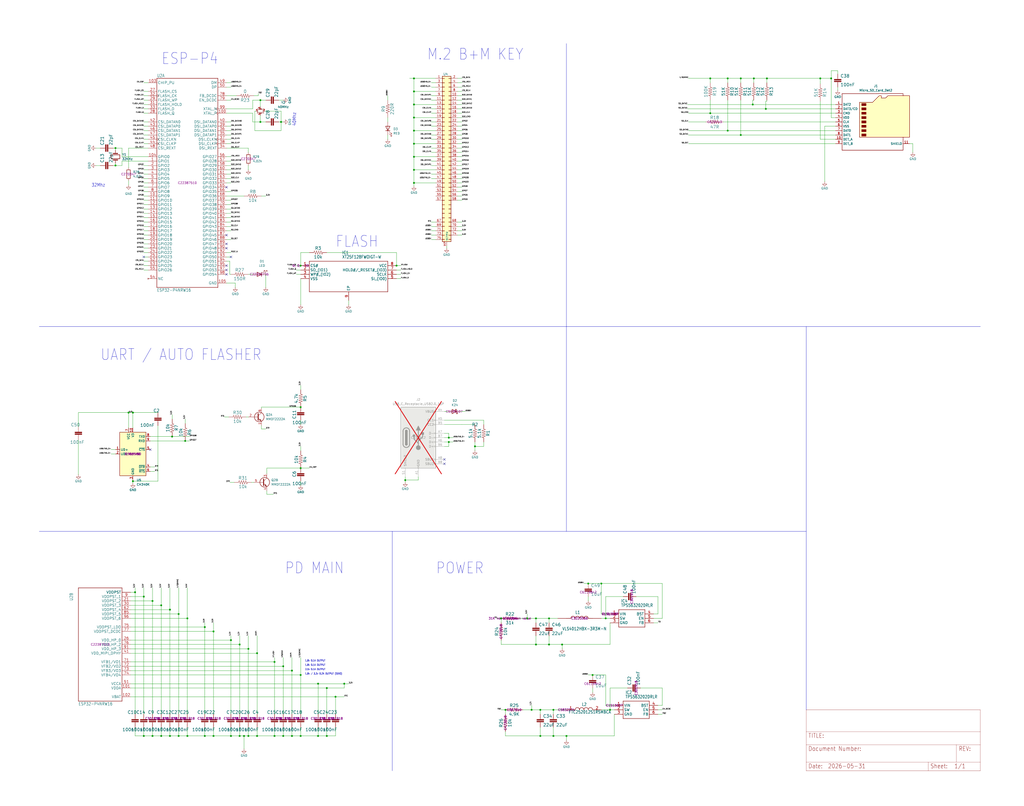
<source format=kicad_sch>
(kicad_sch (version 20250114) (generator "eeschema") (generator_version "9.0")
  (paper "User" 596.9 470.052)
  (text "40Mhz" (at 172.72 73.66 90) (effects (font (size 1.9304 1.6408)) (justify left bottom)))
  (text "UART / AUTO FLASHER" (at 58.42 210.82 0) (effects (font (size 6.4516 5.4838)) (justify left bottom)))
  (text "32Mhz" (at 53.34 109.22 0) (effects (font (size 1.9304 1.6408)) (justify left bottom)))
  (text "M.2 B+M KEY" (at 248.92 35.56 0) (effects (font (size 6.4516 5.4838)) (justify left bottom)))
  (text "FLASH" (at 195.58 144.78 0) (effects (font (size 6.4516 5.4838)) (justify left bottom)))
  (text "PD MAIN" (at 200.66 327.66 0) (effects (font (size 6.4516 5.4838)) (justify right top)))
  (text "1.8v 0.1A OUTPUT" (at 177.8 386.08 0) (effects (font (size 1.016 0.8636)) (justify left bottom)))
  (text "2.5v 0.1A OUTPUT" (at 177.8 391.16 0) (effects (font (size 1.016 0.8636)) (justify left bottom)))
  (text "1.8v 0.1A OUTPUT" (at 177.8 388.62 0) (effects (font (size 1.016 0.8636)) (justify left bottom)))
  (text "POWER" (at 254 335.28 0) (effects (font (size 6.4516 5.4838)) (justify left bottom)))
  (text "1.8v / 3.3v 0.2A OUTPUT (SDIO)" (at 177.8 393.7 0) (effects (font (size 1.016 0.8636)) (justify left bottom)))
  (text "ESP-P4" (at 93.98 38.1 0) (effects (font (size 6.4516 5.4838)) (justify left bottom)))
  (junction (at 276.86 260.35))
  (junction (at 241.3 91.44))
  (junction (at 447.04 45.72))
  (junction (at 241.3 53.34))
  (junction (at 241.3 106.68))
  (junction (at 149.86 429.26))
  (junction (at 170.18 391.16))
  (junction (at 195.58 406.4))
  (junction (at 144.78 378.46))
  (junction (at 431.8 78.74))
  (junction (at 484.505 45.72))
  (junction (at 309.88 414.02))
  (junction (at 175.26 393.7))
  (junction (at 93.98 353.06))
  (junction (at 124.46 429.26))
  (junction (at 322.58 429.26))
  (junction (at 165.1 429.26))
  (junction (at 414.02 66.04))
  (junction (at 320.04 360.68))
  (junction (at 292.1 360.68))
  (junction (at 355.6 414.02))
  (junction (at 77.47 280.67))
  (junction (at 185.42 398.78))
  (junction (at 261.62 255.27))
  (junction (at 345.44 393.7))
  (junction (at 104.14 358.14))
  (junction (at 241.3 99.06))
  (junction (at 175.26 154.94))
  (junction (at 200.66 398.78))
  (junction (at 119.38 365.76))
  (junction (at 139.7 429.26))
  (junction (at 107.95 257.175))
  (junction (at 119.38 429.26))
  (junction (at 88.9 350.52))
  (junction (at 327.66 375.92))
  (junction (at 241.3 60.96))
  (junction (at 88.9 429.26))
  (junction (at 294.64 414.02))
  (junction (at 109.22 360.68))
  (junction (at 478.155 45.72))
  (junction (at 83.82 347.98))
  (junction (at 74.93 240.665))
  (junction (at 241.3 83.82))
  (junction (at 144.78 429.26))
  (junction (at 342.9 340.36))
  (junction (at 241.3 45.72))
  (junction (at 151.765 58.42))
  (junction (at 446.405 63.5))
  (junction (at 350.52 340.36))
  (junction (at 312.42 375.92))
  (junction (at 261.62 257.81))
  (junction (at 93.98 429.26))
  (junction (at 160.02 429.26))
  (junction (at 241.3 68.58))
  (junction (at 99.06 355.6))
  (junction (at 314.96 414.02))
  (junction (at 241.3 76.2))
  (junction (at 353.06 360.68))
  (junction (at 175.26 273.05))
  (junction (at 77.47 240.665))
  (junction (at 231.14 154.94))
  (junction (at 99.06 429.26))
  (junction (at 149.86 381))
  (junction (at 163.83 71.12))
  (junction (at 330.2 429.26))
  (junction (at 170.18 429.26))
  (junction (at 175.26 237.49))
  (junction (at 175.26 429.26))
  (junction (at 78.74 345.44))
  (junction (at 185.42 429.26))
  (junction (at 67.31 86.36))
  (junction (at 139.7 375.92))
  (junction (at 151.765 71.12))
  (junction (at 438.785 60.96))
  (junction (at 67.31 96.52))
  (junction (at 124.46 368.3))
  (junction (at 424.18 45.72))
  (junction (at 424.18 76.2))
  (junction (at 236.22 280.035))
  (junction (at 134.62 373.38))
  (junction (at 160.02 386.08))
  (junction (at 190.5 401.32))
  (junction (at 100.33 254.635))
  (junction (at 320.04 375.92))
  (junction (at 312.42 360.68))
  (junction (at 165.1 388.62))
  (junction (at 414.02 45.72))
  (junction (at 190.5 429.26))
  (junction (at 142.24 429.26))
  (junction (at 439.42 45.72))
  (junction (at 431.8 45.72))
  (junction (at 83.82 429.26))
  (junction (at 109.22 429.26))
  (junction (at 307.34 360.68))
  (junction (at 104.14 429.26))
  (junction (at 134.62 429.26))
  (junction (at 314.96 429.26))
  (junction (at 322.58 414.02))
  (no_connect (at 132.08 137.16))
  (no_connect (at 134.62 149.86))
  (no_connect (at 259.08 270.51))
  (no_connect (at 83.82 149.86))
  (no_connect (at 132.08 160.02))
  (no_connect (at 132.08 157.48))
  (no_connect (at 259.08 267.97))
  (no_connect (at 132.08 154.94))
  (no_connect (at 132.08 142.24))
  (no_connect (at 132.08 109.22))
  (no_connect (at 87.63 262.255))
  (no_connect (at 132.08 144.78))
  (wire (pts (xy 266.7 111.76) (xy 269.24 111.76)) (stroke (width 0.1524)))
  (wire (pts (xy 373.38 401.32) (xy 386.08 401.32)) (stroke (width 0.1524)))
  (wire (pts (xy 175.26 424.18) (xy 175.26 429.26)) (stroke (width 0.1524)))
  (wire (pts (xy 109.22 360.68) (xy 109.22 342.9)) (stroke (width 0.1524)))
  (wire (pts (xy 266.7 88.9) (xy 269.24 88.9)) (stroke (width 0.1524)))
  (wire (pts (xy 254 132.08) (xy 251.46 132.08)) (stroke (width 0.1524)))
  (wire (pts (xy 350.52 414.02) (xy 355.6 414.02)) (stroke (width 0.1524)))
  (wire (pts (xy 147.32 160.02) (xy 144.78 160.02)) (stroke (width 0.1524)))
  (wire (pts (xy 266.7 73.66) (xy 269.24 73.66)) (stroke (width 0.1524)))
  (wire (pts (xy 76.2 401.32) (xy 190.5 401.32)) (stroke (width 0.1524)))
  (wire (pts (xy 322.58 416.56) (xy 322.58 414.02)) (stroke (width 0.1524)))
  (wire (pts (xy 190.5 401.32) (xy 200.66 401.32)) (stroke (width 0.1524)))
  (wire (pts (xy 77.47 240.665) (xy 77.47 249.555)))
  (wire (pts (xy 76.2 347.98) (xy 83.82 347.98)) (stroke (width 0.1524)))
  (wire (pts (xy 170.18 391.16) (xy 170.18 383.54)) (stroke (width 0.1524)))
  (wire (pts (xy 350.52 340.36) (xy 386.08 340.36)) (stroke (width 0.1524)))
  (wire (pts (xy 185.42 398.78) (xy 200.66 398.78)) (stroke (width 0.1524)))
  (wire (pts (xy 330.2 429.26) (xy 358.14 429.26)) (stroke (width 0.1524)))
  (wire (pts (xy 78.74 429.26) (xy 83.82 429.26)) (stroke (width 0.1524)))
  (wire (pts (xy 259.08 247.65) (xy 269.24 247.65)))
  (wire (pts (xy 185.42 424.18) (xy 185.42 429.26)) (stroke (width 0.1524)))
  (wire (pts (xy 302.26 360.68) (xy 307.34 360.68)) (stroke (width 0.1524)))
  (wire (pts (xy 200.66 401.32) (xy 200.66 398.78)) (stroke (width 0.1524)))
  (wire (pts (xy 266.7 109.22) (xy 269.24 109.22)) (stroke (width 0.1524)))
  (wire (pts (xy 447.04 59.055) (xy 447.04 58.42)) (stroke (width 0.1524)))
  (wire (pts (xy 322.58 424.18) (xy 322.58 429.26)) (stroke (width 0.1524)))
  (wire (pts (xy 421.64 71.12) (xy 487.045 71.12)) (stroke (width 0.1524)))
  (wire (pts (xy 266.7 134.62) (xy 269.24 134.62)) (stroke (width 0.1524)))
  (wire (pts (xy 195.58 406.4) (xy 200.66 406.4)) (stroke (width 0.1524)))
  (wire (pts (xy 132.08 71.12) (xy 134.62 71.12)) (stroke (width 0.1524)))
  (wire (pts (xy 165.1 388.62) (xy 165.1 383.54)) (stroke (width 0.1524)))
  (wire (pts (xy 383.54 347.98) (xy 383.54 358.14)) (stroke (width 0.1524)))
  (wire (pts (xy 99.06 424.18) (xy 99.06 429.26)) (stroke (width 0.1524)))
  (wire (pts (xy 170.18 424.18) (xy 170.18 429.26)) (stroke (width 0.1524)))
  (polyline (pts (xy 228.6 309.88) (xy 22.86 309.88)) (stroke (width 0.1524) (type solid)))
  (wire (pts (xy 481.965 60.96) (xy 487.045 60.96)))
  (wire (pts (xy 195.58 416.56) (xy 195.58 406.4)) (stroke (width 0.1524)))
  (wire (pts (xy 109.22 424.18) (xy 109.22 429.26)) (stroke (width 0.1524)))
  (wire (pts (xy 231.14 154.94) (xy 233.68 154.94)) (stroke (width 0.1524)))
  (wire (pts (xy 78.74 416.56) (xy 78.74 345.44)) (stroke (width 0.1524)))
  (wire (pts (xy 148.59 64.77) (xy 148.59 76.2)))
  (wire (pts (xy 386.08 340.36) (xy 386.08 360.68)) (stroke (width 0.1524)))
  (wire (pts (xy 414.02 48.26) (xy 414.02 45.72)) (stroke (width 0.1524)))
  (wire (pts (xy 132.08 129.54) (xy 134.62 129.54)) (stroke (width 0.1524)))
  (wire (pts (xy 144.78 429.26) (xy 149.86 429.26)) (stroke (width 0.1524)))
  (wire (pts (xy 67.31 262.255) (xy 64.77 262.255)) (stroke (width 0.1524)))
  (wire (pts (xy 254 78.74) (xy 251.46 78.74)) (stroke (width 0.1524)))
  (wire (pts (xy 139.7 429.26) (xy 142.24 429.26)) (stroke (width 0.1524)))
  (wire (pts (xy 86.36 127) (xy 83.82 127)) (stroke (width 0.1524)))
  (wire (pts (xy 76.2 388.62) (xy 165.1 388.62)) (stroke (width 0.1524)))
  (wire (pts (xy 160.02 386.08) (xy 160.02 383.54)) (stroke (width 0.1524)))
  (wire (pts (xy 76.2 368.3) (xy 124.46 368.3)) (stroke (width 0.1524)))
  (polyline (pts (xy 469.9 190.5) (xy 571.5 190.5)) (stroke (width 0.1524) (type solid)))
  (wire (pts (xy 269.24 247.65) (xy 276.86 247.65)) (stroke (width 0.1524)))
  (wire (pts (xy 86.36 99.06) (xy 83.82 99.06)) (stroke (width 0.1524)))
  (wire (pts (xy 175.26 227.33) (xy 175.26 224.79)) (stroke (width 0.1524)))
  (wire (pts (xy 320.04 363.22) (xy 320.04 360.68)) (stroke (width 0.1524)))
  (wire (pts (xy 487.045 73.66) (xy 480.695 73.66)))
  (wire (pts (xy 254 76.2) (xy 241.3 76.2)))
  (wire (pts (xy 71.12 96.52) (xy 67.31 96.52)) (stroke (width 0.1524)))
  (wire (pts (xy 478.155 59.055) (xy 478.155 81.28)))
  (wire (pts (xy 86.36 53.34) (xy 83.82 53.34)) (stroke (width 0.1524)))
  (wire (pts (xy 86.36 106.68) (xy 83.82 106.68)) (stroke (width 0.1524)))
  (wire (pts (xy 86.36 124.46) (xy 83.82 124.46)) (stroke (width 0.1524)))
  (wire (pts (xy 484.505 68.58) (xy 487.045 68.58)) (stroke (width 0.1524)))
  (wire (pts (xy 71.12 91.44) (xy 71.12 86.36)) (stroke (width 0.1524)))
  (wire (pts (xy 132.08 111.76) (xy 134.62 111.76)) (stroke (width 0.1524)))
  (wire (pts (xy 67.31 96.52) (xy 66.04 96.52)) (stroke (width 0.1524)))
  (wire (pts (xy 438.785 58.42) (xy 439.42 58.42)) (stroke (width 0.1524)))
  (wire (pts (xy 254 86.36) (xy 251.46 86.36)) (stroke (width 0.1524)))
  (wire (pts (xy 431.8 45.72) (xy 439.42 45.72)) (stroke (width 0.1524)))
  (wire (pts (xy 104.14 358.14) (xy 104.14 416.56)) (stroke (width 0.1524)))
  (wire (pts (xy 86.36 137.16) (xy 83.82 137.16)) (stroke (width 0.1524)))
  (wire (pts (xy 132.08 86.36) (xy 144.78 86.36)) (stroke (width 0.1524)))
  (wire (pts (xy 254 63.5) (xy 251.46 63.5)) (stroke (width 0.1524)))
  (wire (pts (xy 86.36 144.78) (xy 83.82 144.78)) (stroke (width 0.1524)))
  (wire (pts (xy 163.83 71.12) (xy 165.1 71.12)) (stroke (width 0.1524)))
  (wire (pts (xy 67.31 86.36) (xy 67.31 87.63)))
  (wire (pts (xy 266.7 63.5) (xy 269.24 63.5)) (stroke (width 0.1524)))
  (wire (pts (xy 401.32 45.72) (xy 414.02 45.72)) (stroke (width 0.1524)))
  (wire (pts (xy 269.24 129.54) (xy 266.7 129.54)) (stroke (width 0.1524)))
  (wire (pts (xy 147.32 58.42) (xy 151.765 58.42)) (stroke (width 0.1524)))
  (wire (pts (xy 67.31 95.25) (xy 67.31 96.52)))
  (wire (pts (xy 86.36 91.44) (xy 71.12 91.44)) (stroke (width 0.1524)))
  (wire (pts (xy 132.08 132.08) (xy 134.62 132.08)) (stroke (width 0.1524)))
  (wire (pts (xy 266.7 55.88) (xy 269.24 55.88)) (stroke (width 0.1524)))
  (wire (pts (xy 241.3 53.34) (xy 241.3 45.72)))
  (wire (pts (xy 312.42 363.22) (xy 312.42 360.68)) (stroke (width 0.1524)))
  (wire (pts (xy 67.31 86.36) (xy 66.04 86.36)) (stroke (width 0.1524)))
  (wire (pts (xy 76.2 358.14) (xy 104.14 358.14)) (stroke (width 0.1524)))
  (wire (pts (xy 132.08 73.66) (xy 134.62 73.66)) (stroke (width 0.1524)))
  (wire (pts (xy 132.08 149.86) (xy 134.62 149.86)))
  (wire (pts (xy 320.04 370.84) (xy 320.04 375.92)) (stroke (width 0.1524)))
  (wire (pts (xy 87.63 272.415) (xy 90.17 272.415)) (stroke (width 0.1524)))
  (wire (pts (xy 254 48.26) (xy 251.46 48.26)) (stroke (width 0.1524)))
  (wire (pts (xy 144.78 378.46) (xy 144.78 370.84)) (stroke (width 0.1524)))
  (wire (pts (xy 304.8 414.02) (xy 309.88 414.02)) (stroke (width 0.1524)))
  (wire (pts (xy 165.1 429.26) (xy 170.18 429.26)) (stroke (width 0.1524)))
  (wire (pts (xy 87.63 254.635) (xy 100.33 254.635)) (stroke (width 0.1524)))
  (wire (pts (xy 86.36 55.88) (xy 83.82 55.88)) (stroke (width 0.1524)))
  (wire (pts (xy 165.1 424.18) (xy 165.1 429.26)) (stroke (width 0.1524)))
  (wire (pts (xy 269.24 132.08) (xy 266.7 132.08)) (stroke (width 0.1524)))
  (wire (pts (xy 386.08 401.32) (xy 386.08 411.48)) (stroke (width 0.1524)))
  (wire (pts (xy 163.83 64.77) (xy 163.83 71.12)))
  (wire (pts (xy 132.08 83.82) (xy 134.62 83.82)) (stroke (width 0.1524)))
  (wire (pts (xy 254 68.58) (xy 241.3 68.58)))
  (wire (pts (xy 276.86 257.81) (xy 276.86 260.35)) (stroke (width 0.1524)))
  (wire (pts (xy 83.82 347.98) (xy 83.82 342.9)) (stroke (width 0.1524)))
  (wire (pts (xy 132.08 63.5) (xy 147.32 63.5)) (stroke (width 0.1524)))
  (wire (pts (xy 86.36 93.98) (xy 71.12 93.98)) (stroke (width 0.1524)))
  (wire (pts (xy 266.7 71.12) (xy 269.24 71.12)) (stroke (width 0.1524)))
  (wire (pts (xy 93.98 429.26) (xy 99.06 429.26)) (stroke (width 0.1524)))
  (wire (pts (xy 86.36 101.6) (xy 83.82 101.6)) (stroke (width 0.1524)))
  (wire (pts (xy 261.62 257.81) (xy 261.62 260.35)))
  (wire (pts (xy 76.2 345.44) (xy 78.74 345.44)) (stroke (width 0.1524)))
  (wire (pts (xy 261.62 252.73) (xy 261.62 255.27)))
  (wire (pts (xy 45.72 240.665) (xy 45.72 248.92)) (stroke (width 0.1524)))
  (wire (pts (xy 100.33 254.635) (xy 110.49 254.635)) (stroke (width 0.1524)))
  (wire (pts (xy 241.3 83.82) (xy 254 83.82)))
  (polyline (pts (xy 330.2 309.88) (xy 228.6 309.88)) (stroke (width 0.1524) (type solid)))
  (wire (pts (xy 77.47 280.035) (xy 77.47 280.67)))
  (wire (pts (xy 195.58 424.18) (xy 195.58 429.26)) (stroke (width 0.1524)))
  (wire (pts (xy 86.36 132.08) (xy 83.82 132.08)) (stroke (width 0.1524)))
  (wire (pts (xy 266.7 101.6) (xy 269.24 101.6)) (stroke (width 0.1524)))
  (wire (pts (xy 386.08 411.48) (xy 383.54 411.48)) (stroke (width 0.1524)))
  (wire (pts (xy 355.6 414.02) (xy 355.6 401.32)) (stroke (width 0.1524)))
  (wire (pts (xy 414.02 66.04) (xy 401.32 66.04)) (stroke (width 0.1524)))
  (wire (pts (xy 86.36 139.7) (xy 83.82 139.7)) (stroke (width 0.1524)))
  (wire (pts (xy 86.36 96.52) (xy 83.82 96.52)) (stroke (width 0.1524)))
  (wire (pts (xy 259.08 257.81) (xy 261.62 257.81)))
  (wire (pts (xy 254 53.34) (xy 241.3 53.34)))
  (wire (pts (xy 86.36 83.82) (xy 83.82 83.82)) (stroke (width 0.1524)))
  (wire (pts (xy 190.5 424.18) (xy 190.5 429.26)) (stroke (width 0.1524)))
  (wire (pts (xy 67.31 264.795) (xy 64.77 264.795)) (stroke (width 0.1524)))
  (wire (pts (xy 254 101.6) (xy 251.46 101.6)) (stroke (width 0.1524)))
  (wire (pts (xy 154.305 64.77) (xy 163.83 64.77)))
  (wire (pts (xy 241.3 99.06) (xy 241.3 91.44)))
  (wire (pts (xy 133.985 152.4) (xy 133.985 160.02)))
  (wire (pts (xy 134.62 416.56) (xy 134.62 373.38)) (stroke (width 0.1524)))
  (wire (pts (xy 86.36 104.14) (xy 83.82 104.14)) (stroke (width 0.1524)))
  (wire (pts (xy 165.1 416.56) (xy 165.1 388.62)) (stroke (width 0.1524)))
  (wire (pts (xy 226.06 58.42) (xy 226.06 55.88)) (stroke (width 0.1524)))
  (wire (pts (xy 327.66 378.46) (xy 327.66 375.92)) (stroke (width 0.1524)))
  (wire (pts (xy 162.56 58.42) (xy 165.1 58.42)) (stroke (width 0.1524)))
  (wire (pts (xy 484.505 45.72) (xy 484.505 68.58)) (stroke (width 0.1524)))
  (wire (pts (xy 175.26 157.48) (xy 172.72 157.48)) (stroke (width 0.1524)))
  (wire (pts (xy 480.695 85.725) (xy 480.695 106.045)) (stroke (width 0.1524)))
  (wire (pts (xy 78.74 424.18) (xy 78.74 429.26)) (stroke (width 0.1524)))
  (wire (pts (xy 92.075 248.285) (xy 92.075 280.67)))
  (wire (pts (xy 261.62 255.27) (xy 259.08 255.27)))
  (wire (pts (xy 76.2 381) (xy 149.86 381)) (stroke (width 0.1524)))
  (wire (pts (xy 132.08 78.74) (xy 134.62 78.74)) (stroke (width 0.1524)))
  (wire (pts (xy 144.78 96.52) (xy 144.78 99.06)))
  (wire (pts (xy 74.93 105.41) (xy 74.93 107.95)))
  (wire (pts (xy 134.62 55.88) (xy 137.795 55.88)))
  (wire (pts (xy 259.08 245.11) (xy 281.94 245.11)) (stroke (width 0.1524)))
  (wire (pts (xy 266.7 76.2) (xy 269.24 76.2)) (stroke (width 0.1524)))
  (wire (pts (xy 175.26 245.11) (xy 175.26 247.65)) (stroke (width 0.1524)))
  (wire (pts (xy 322.58 414.02) (xy 330.2 414.02)) (stroke (width 0.1524)))
  (wire (pts (xy 175.26 393.7) (xy 175.26 383.54)) (stroke (width 0.1524)))
  (wire (pts (xy 149.225 64.77) (xy 148.59 64.77)))
  (wire (pts (xy 175.26 160.02) (xy 172.72 160.02)) (stroke (width 0.1524)))
  (wire (pts (xy 424.18 76.2) (xy 487.045 76.2)) (stroke (width 0.1524)))
  (wire (pts (xy 132.08 121.92) (xy 134.62 121.92)) (stroke (width 0.1524)))
  (wire (pts (xy 342.9 350.52) (xy 342.9 347.98)) (stroke (width 0.1524)))
  (wire (pts (xy 431.8 78.74) (xy 487.045 78.74)) (stroke (width 0.1524)))
  (wire (pts (xy 350.52 340.36) (xy 342.9 340.36)) (stroke (width 0.1524)))
  (wire (pts (xy 330.2 431.8) (xy 330.2 429.26)) (stroke (width 0.1524)))
  (wire (pts (xy 236.22 278.13) (xy 236.22 280.035)))
  (wire (pts (xy 86.36 129.54) (xy 83.82 129.54)) (stroke (width 0.1524)))
  (wire (pts (xy 175.26 416.56) (xy 175.26 393.7)) (stroke (width 0.1524)))
  (wire (pts (xy 93.98 424.18) (xy 93.98 429.26)) (stroke (width 0.1524)))
  (wire (pts (xy 134.62 373.38) (xy 134.62 370.84)) (stroke (width 0.1524)))
  (wire (pts (xy 190.5 429.26) (xy 195.58 429.26)) (stroke (width 0.1524)))
  (wire (pts (xy 86.36 157.48) (xy 83.82 157.48)) (stroke (width 0.1524)))
  (wire (pts (xy 254 139.7) (xy 251.46 139.7)) (stroke (width 0.1524)))
  (wire (pts (xy 281.94 257.81) (xy 281.94 260.35)) (stroke (width 0.1524)))
  (wire (pts (xy 132.08 93.98) (xy 134.62 93.98)) (stroke (width 0.1524)))
  (wire (pts (xy 132.08 119.38) (xy 134.62 119.38)) (stroke (width 0.1524)))
  (wire (pts (xy 136.525 281.305) (xy 133.985 281.305)) (stroke (width 0.1524)))
  (wire (pts (xy 355.6 358.14) (xy 350.52 358.14)) (stroke (width 0.1524)))
  (wire (pts (xy 86.36 154.94) (xy 83.82 154.94)) (stroke (width 0.1524)))
  (wire (pts (xy 254 73.66) (xy 251.46 73.66)) (stroke (width 0.1524)))
  (wire (pts (xy 132.08 99.06) (xy 134.62 99.06)) (stroke (width 0.1524)))
  (wire (pts (xy 107.95 257.175) (xy 110.49 257.175)) (stroke (width 0.1524)))
  (wire (pts (xy 86.36 121.92) (xy 83.82 121.92)) (stroke (width 0.1524)))
  (wire (pts (xy 144.78 416.56) (xy 144.78 378.46)) (stroke (width 0.1524)))
  (wire (pts (xy 71.12 86.36) (xy 67.31 86.36)) (stroke (width 0.1524)))
  (wire (pts (xy 481.965 60.96) (xy 438.785 60.96)) (stroke (width 0.1524)))
  (wire (pts (xy 345.44 393.7) (xy 342.9 393.7)) (stroke (width 0.1524)))
  (wire (pts (xy 142.24 429.26) (xy 144.78 429.26)) (stroke (width 0.1524)))
  (wire (pts (xy 241.3 106.68) (xy 241.3 99.06)))
  (wire (pts (xy 86.36 114.3) (xy 83.82 114.3)) (stroke (width 0.1524)))
  (wire (pts (xy 241.3 91.44) (xy 241.3 83.82)))
  (wire (pts (xy 254 137.16) (xy 251.46 137.16)) (stroke (width 0.1524)))
  (wire (pts (xy 294.64 414.02) (xy 294.64 416.56)) (stroke (width 0.1524)))
  (wire (pts (xy 155.575 288.29) (xy 155.575 286.385)) (stroke (width 0.1524)))
  (wire (pts (xy 241.3 76.2) (xy 241.3 83.82)))
  (wire (pts (xy 152.4 114.3) (xy 154.94 114.3)) (stroke (width 0.1524)))
  (wire (pts (xy 76.2 378.46) (xy 144.78 378.46)) (stroke (width 0.1524)))
  (wire (pts (xy 86.36 76.2) (xy 83.82 76.2)) (stroke (width 0.1524)))
  (wire (pts (xy 124.46 416.56) (xy 124.46 368.3)) (stroke (width 0.1524)))
  (wire (pts (xy 76.2 355.6) (xy 99.06 355.6)) (stroke (width 0.1524)))
  (wire (pts (xy 132.08 76.2) (xy 134.62 76.2)) (stroke (width 0.1524)))
  (wire (pts (xy 266.7 78.74) (xy 269.24 78.74)) (stroke (width 0.1524)))
  (wire (pts (xy 132.08 91.44) (xy 134.62 91.44)) (stroke (width 0.1524)))
  (wire (pts (xy 314.96 424.18) (xy 314.96 429.26)) (stroke (width 0.1524)))
  (wire (pts (xy 266.7 91.44) (xy 269.24 91.44)) (stroke (width 0.1524)))
  (wire (pts (xy 86.36 63.5) (xy 83.82 63.5)) (stroke (width 0.1524)))
  (wire (pts (xy 151.765 71.12) (xy 154.94 71.12)) (stroke (width 0.1524)))
  (wire (pts (xy 424.18 76.2) (xy 401.32 76.2)) (stroke (width 0.1524)))
  (wire (pts (xy 266.7 66.04) (xy 269.24 66.04)) (stroke (width 0.1524)))
  (wire (pts (xy 86.36 147.32) (xy 83.82 147.32)) (stroke (width 0.1524)))
  (polyline (pts (xy 330.2 309.88) (xy 469.9 309.88)) (stroke (width 0.1524) (type solid)))
  (wire (pts (xy 292.1 373.38) (xy 292.1 375.92)) (stroke (width 0.1524)))
  (wire (pts (xy 83.82 429.26) (xy 88.9 429.26)) (stroke (width 0.1524)))
  (wire (pts (xy 119.38 429.26) (xy 124.46 429.26)) (stroke (width 0.1524)))
  (wire (pts (xy 254 104.14) (xy 251.46 104.14)) (stroke (width 0.1524)))
  (wire (pts (xy 386.08 414.02) (xy 383.54 414.02)) (stroke (width 0.1524)))
  (wire (pts (xy 134.62 429.26) (xy 139.7 429.26)) (stroke (width 0.1524)))
  (wire (pts (xy 190.5 416.56) (xy 190.5 401.32)) (stroke (width 0.1524)))
  (polyline (pts (xy 228.6 309.88) (xy 228.6 449.58)) (stroke (width 0.1524) (type solid)))
  (wire (pts (xy 254 50.8) (xy 251.46 50.8)) (stroke (width 0.1524)))
  (wire (pts (xy 132.08 134.62) (xy 134.62 134.62)) (stroke (width 0.1524)))
  (wire (pts (xy 401.32 83.82) (xy 487.045 83.82)))
  (wire (pts (xy 266.7 104.14) (xy 269.24 104.14)) (stroke (width 0.1524)))
  (wire (pts (xy 88.9 424.18) (xy 88.9 429.26)) (stroke (width 0.1524)))
  (wire (pts (xy 266.7 50.8) (xy 269.24 50.8)) (stroke (width 0.1524)))
  (wire (pts (xy 104.14 358.14) (xy 104.14 342.9)) (stroke (width 0.1524)))
  (wire (pts (xy 132.08 139.7) (xy 134.62 139.7)))
  (wire (pts (xy 370.84 347.98) (xy 383.54 347.98)) (stroke (width 0.1524)))
  (wire (pts (xy 132.08 152.4) (xy 133.985 152.4)))
  (wire (pts (xy 86.36 134.62) (xy 83.82 134.62)) (stroke (width 0.1524)))
  (wire (pts (xy 254 134.62) (xy 251.46 134.62)) (stroke (width 0.1524)))
  (wire (pts (xy 149.86 424.18) (xy 149.86 429.26)) (stroke (width 0.1524)))
  (wire (pts (xy 86.36 73.66) (xy 83.82 73.66)) (stroke (width 0.1524)))
  (wire (pts (xy 132.08 147.32) (xy 134.62 147.32)) (stroke (width 0.1524)))
  (wire (pts (xy 175.26 162.56) (xy 175.26 177.8)) (stroke (width 0.1524)))
  (wire (pts (xy 353.06 411.48) (xy 353.06 393.7)) (stroke (width 0.1524)))
  (wire (pts (xy 150.495 55.88) (xy 150.495 54.61)))
  (wire (pts (xy 231.14 157.48) (xy 233.68 157.48)) (stroke (width 0.1524)))
  (wire (pts (xy 170.18 429.26) (xy 175.26 429.26)) (stroke (width 0.1524)))
  (wire (pts (xy 266.7 45.72) (xy 269.24 45.72)) (stroke (width 0.1524)))
  (wire (pts (xy 93.98 353.06) (xy 93.98 416.56)) (stroke (width 0.1524)))
  (wire (pts (xy 109.22 360.68) (xy 109.22 416.56)) (stroke (width 0.1524)))
  (wire (pts (xy 414.02 58.42) (xy 414.02 66.04)) (stroke (width 0.1524)))
  (wire (pts (xy 446.405 63.5) (xy 400.685 63.5)) (stroke (width 0.1524)))
  (wire (pts (xy 76.2 350.52) (xy 88.9 350.52)) (stroke (width 0.1524)))
  (wire (pts (xy 424.18 45.72) (xy 431.8 45.72)) (stroke (width 0.1524)))
  (wire (pts (xy 104.14 424.18) (xy 104.14 429.26)) (stroke (width 0.1524)))
  (wire (pts (xy 74.93 240.665) (xy 74.93 249.555)) (stroke (width 0.1524)))
  (wire (pts (xy 99.06 355.6) (xy 99.06 342.9)) (stroke (width 0.1524)))
  (wire (pts (xy 132.08 106.68) (xy 134.62 106.68)) (stroke (width 0.1524)))
  (wire (pts (xy 254 71.12) (xy 251.46 71.12)) (stroke (width 0.1524)))
  (wire (pts (xy 149.86 416.56) (xy 149.86 381)) (stroke (width 0.1524)))
  (wire (pts (xy 254 106.68) (xy 241.3 106.68)))
  (wire (pts (xy 478.155 45.72) (xy 478.155 48.895)))
  (wire (pts (xy 424.18 58.42) (xy 424.18 76.2)) (stroke (width 0.1524)))
  (wire (pts (xy 431.8 78.74) (xy 401.32 78.74)) (stroke (width 0.1524)))
  (wire (pts (xy 175.26 273.05) (xy 180.34 273.05)) (stroke (width 0.1524)))
  (wire (pts (xy 147.955 55.88) (xy 150.495 55.88)))
  (wire (pts (xy 146.685 281.305) (xy 147.955 281.305)))
  (wire (pts (xy 87.63 274.955) (xy 90.17 274.955)) (stroke (width 0.1524)))
  (wire (pts (xy 93.98 353.06) (xy 93.98 342.9)) (stroke (width 0.1524)))
  (wire (pts (xy 162.56 71.12) (xy 163.83 71.12)) (stroke (width 0.1524)))
  (wire (pts (xy 276.86 260.35) (xy 276.86 262.89)) (stroke (width 0.1524)))
  (wire (pts (xy 254 129.54) (xy 251.46 129.54)) (stroke (width 0.1524)))
  (wire (pts (xy 86.36 66.04) (xy 83.82 66.04)) (stroke (width 0.1524)))
  (wire (pts (xy 266.7 68.58) (xy 269.24 68.58)) (stroke (width 0.1524)))
  (wire (pts (xy 231.14 147.32) (xy 231.14 154.94)) (stroke (width 0.1524)))
  (polyline (pts (xy 330.2 190.5) (xy 330.2 309.88)) (stroke (width 0.1524) (type solid)))
  (wire (pts (xy 266.7 83.82) (xy 269.24 83.82)) (stroke (width 0.1524)))
  (wire (pts (xy 294.64 426.72) (xy 294.64 429.26)) (stroke (width 0.1524)))
  (wire (pts (xy 243.84 280.035) (xy 243.84 278.13)))
  (wire (pts (xy 292.1 360.68) (xy 292.1 363.22)) (stroke (width 0.1524)))
  (wire (pts (xy 355.6 375.92) (xy 355.6 363.22)) (stroke (width 0.1524)))
  (wire (pts (xy 431.8 48.26) (xy 431.8 45.72)) (stroke (width 0.1524)))
  (wire (pts (xy 226.06 78.74) (xy 226.06 81.28)) (stroke (width 0.1524)))
  (wire (pts (xy 86.36 109.22) (xy 83.82 109.22)) (stroke (width 0.1524)))
  (wire (pts (xy 132.08 114.3) (xy 142.24 114.3)) (stroke (width 0.1524)))
  (wire (pts (xy 175.26 283.21) (xy 175.26 280.67)) (stroke (width 0.1524)))
  (wire (pts (xy 88.9 350.52) (xy 88.9 342.9)) (stroke (width 0.1524)))
  (wire (pts (xy 124.46 368.3) (xy 124.46 363.22)) (stroke (width 0.1524)))
  (wire (pts (xy 190.5 147.32) (xy 231.14 147.32)) (stroke (width 0.1524)))
  (wire (pts (xy 86.36 71.12) (xy 83.82 71.12)) (stroke (width 0.1524)))
  (wire (pts (xy 532.13 83.82) (xy 530.225 83.82)))
  (wire (pts (xy 342.9 340.36) (xy 340.36 340.36)) (stroke (width 0.1524)))
  (wire (pts (xy 88.9 429.26) (xy 93.98 429.26)) (stroke (width 0.1524)))
  (wire (pts (xy 124.46 429.26) (xy 134.62 429.26)) (stroke (width 0.1524)))
  (wire (pts (xy 241.3 106.68) (xy 241.3 108.585)))
  (wire (pts (xy 132.08 165.1) (xy 137.16 165.1)) (stroke (width 0.1524)))
  (wire (pts (xy 254 99.06) (xy 241.3 99.06)))
  (wire (pts (xy 446.405 63.5) (xy 487.045 63.5)) (stroke (width 0.1524)))
  (wire (pts (xy 86.36 152.4) (xy 83.82 152.4)) (stroke (width 0.1524)))
  (wire (pts (xy 353.06 360.68) (xy 355.6 360.68)) (stroke (width 0.1524)))
  (polyline (pts (xy 22.86 190.5) (xy 330.2 190.5)) (stroke (width 0.1524) (type solid)))
  (wire (pts (xy 147.32 71.12) (xy 151.765 71.12)) (stroke (width 0.1524)))
  (wire (pts (xy 484.505 41.275) (xy 484.505 45.72)))
  (wire (pts (xy 266.7 86.36) (xy 269.24 86.36)) (stroke (width 0.1524)))
  (wire (pts (xy 259.08 240.03) (xy 260.985 240.03)))
  (wire (pts (xy 260.35 143.51) (xy 260.35 144.78)))
  (wire (pts (xy 133.985 160.02) (xy 134.62 160.02)))
  (wire (pts (xy 200.66 398.78) (xy 203.2 398.78)) (stroke (width 0.1524)))
  (wire (pts (xy 132.08 124.46) (xy 134.62 124.46)) (stroke (width 0.1524)))
  (wire (pts (xy 154.94 160.02) (xy 154.94 167.64)) (stroke (width 0.1524)))
  (wire (pts (xy 152.4 237.49) (xy 175.26 237.49)) (stroke (width 0.1524)))
  (wire (pts (xy 266.7 96.52) (xy 269.24 96.52)) (stroke (width 0.1524)))
  (wire (pts (xy 478.155 81.28) (xy 487.045 81.28)))
  (wire (pts (xy 309.88 414.02) (xy 309.88 411.48)) (stroke (width 0.1524)))
  (wire (pts (xy 439.42 45.72) (xy 447.04 45.72)) (stroke (width 0.1524)))
  (wire (pts (xy 424.18 48.26) (xy 424.18 45.72)) (stroke (width 0.1524)))
  (wire (pts (xy 76.2 373.38) (xy 134.62 373.38)) (stroke (width 0.1524)))
  (wire (pts (xy 261.62 255.27) (xy 264.16 255.27)) (stroke (width 0.1524)))
  (wire (pts (xy 292.1 360.68) (xy 289.56 360.68)) (stroke (width 0.1524)))
  (wire (pts (xy 76.2 386.08) (xy 160.02 386.08)) (stroke (width 0.1524)))
  (wire (pts (xy 383.54 416.56) (xy 386.08 416.56)) (stroke (width 0.1524)))
  (wire (pts (xy 320.04 375.92) (xy 327.66 375.92)) (stroke (width 0.1524)))
  (wire (pts (xy 132.08 48.26) (xy 134.62 48.26)) (stroke (width 0.1524)))
  (wire (pts (xy 76.2 353.06) (xy 93.98 353.06)) (stroke (width 0.1524)))
  (wire (pts (xy 400.685 60.96) (xy 438.785 60.96)) (stroke (width 0.1524)))
  (wire (pts (xy 345.44 403.86) (xy 345.44 401.32)) (stroke (width 0.1524)))
  (wire (pts (xy 480.695 73.66) (xy 480.695 85.725)))
  (wire (pts (xy 411.48 71.12) (xy 401.32 71.12)) (stroke (width 0.1524)))
  (wire (pts (xy 132.08 101.6) (xy 134.62 101.6)) (stroke (width 0.1524)))
  (wire (pts (xy 266.7 137.16) (xy 269.24 137.16)) (stroke (width 0.1524)))
  (wire (pts (xy 76.2 398.78) (xy 185.42 398.78)) (stroke (width 0.1524)))
  (wire (pts (xy 88.9 350.52) (xy 88.9 416.56)) (stroke (width 0.1524)))
  (polyline (pts (xy 469.9 309.88) (xy 469.9 414.02)) (stroke (width 0.1524) (type solid)))
  (wire (pts (xy 241.3 76.2) (xy 241.3 68.58)))
  (wire (pts (xy 241.3 68.58) (xy 241.3 60.96)))
  (wire (pts (xy 175.26 273.05) (xy 155.575 273.05)) (stroke (width 0.1524)))
  (wire (pts (xy 86.36 111.76) (xy 83.82 111.76)) (stroke (width 0.1524)))
  (wire (pts (xy 86.36 58.42) (xy 83.82 58.42)) (stroke (width 0.1524)))
  (wire (pts (xy 170.18 416.56) (xy 170.18 391.16)) (stroke (width 0.1524)))
  (wire (pts (xy 76.2 391.16) (xy 170.18 391.16)) (stroke (width 0.1524)))
  (wire (pts (xy 143.51 243.205) (xy 144.78 243.205)))
  (wire (pts (xy 74.93 240.665) (xy 77.47 240.665)))
  (wire (pts (xy 236.22 280.035) (xy 236.22 281.305)))
  (wire (pts (xy 100.33 244.475) (xy 100.33 241.935)) (stroke (width 0.1524)))
  (wire (pts (xy 307.34 360.68) (xy 307.34 358.14)) (stroke (width 0.1524)))
  (polyline (pts (xy 330.2 190.5) (xy 469.9 190.5)) (stroke (width 0.1524) (type solid)))
  (wire (pts (xy 76.2 360.68) (xy 109.22 360.68)) (stroke (width 0.1524)))
  (wire (pts (xy 86.36 119.38) (xy 83.82 119.38)) (stroke (width 0.1524)))
  (wire (pts (xy 149.86 381) (xy 149.86 370.84)) (stroke (width 0.1524)))
  (wire (pts (xy 132.08 127) (xy 134.62 127)) (stroke (width 0.1524)))
  (wire (pts (xy 45.72 240.665) (xy 74.93 240.665)) (stroke (width 0.1524)))
  (wire (pts (xy 45.72 256.54) (xy 45.72 276.86)) (stroke (width 0.1524)))
  (wire (pts (xy 83.82 424.18) (xy 83.82 429.26)) (stroke (width 0.1524)))
  (wire (pts (xy 292.1 375.92) (xy 312.42 375.92)) (stroke (width 0.1524)))
  (wire (pts (xy 266.7 106.68) (xy 269.24 106.68)) (stroke (width 0.1524)))
  (wire (pts (xy 478.155 45.72) (xy 484.505 45.72)) (stroke (width 0.1524)))
  (wire (pts (xy 139.7 416.56) (xy 139.7 375.92)) (stroke (width 0.1524)))
  (wire (pts (xy 231.14 162.56) (xy 233.68 162.56)) (stroke (width 0.1524)))
  (wire (pts (xy 327.66 375.92) (xy 355.6 375.92)) (stroke (width 0.1524)))
  (wire (pts (xy 175.26 147.32) (xy 180.34 147.32)) (stroke (width 0.1524)))
  (wire (pts (xy 236.22 280.035) (xy 243.84 280.035)))
  (wire (pts (xy 58.42 96.52) (xy 55.88 96.52)) (stroke (width 0.1524)))
  (wire (pts (xy 358.14 411.48) (xy 353.06 411.48)) (stroke (width 0.1524)))
  (wire (pts (xy 276.86 260.35) (xy 281.94 260.35)) (stroke (width 0.1524)))
  (wire (pts (xy 266.7 58.42) (xy 269.24 58.42)) (stroke (width 0.1524)))
  (wire (pts (xy 87.63 257.175) (xy 107.95 257.175)) (stroke (width 0.1524)))
  (wire (pts (xy 353.06 360.68) (xy 353.06 347.98)) (stroke (width 0.1524)))
  (wire (pts (xy 261.62 260.35) (xy 259.08 260.35)))
  (wire (pts (xy 175.26 429.26) (xy 185.42 429.26)) (stroke (width 0.1524)))
  (wire (pts (xy 446.405 59.055) (xy 447.04 59.055)) (stroke (width 0.1524)))
  (wire (pts (xy 86.36 78.74) (xy 83.82 78.74)) (stroke (width 0.1524)))
  (wire (pts (xy 294.64 429.26) (xy 314.96 429.26)) (stroke (width 0.1524)))
  (wire (pts (xy 309.88 414.02) (xy 314.96 414.02)) (stroke (width 0.1524)))
  (wire (pts (xy 134.62 424.18) (xy 134.62 429.26)) (stroke (width 0.1524)))
  (wire (pts (xy 355.6 401.32) (xy 365.76 401.32)) (stroke (width 0.1524)))
  (wire (pts (xy 76.2 375.92) (xy 139.7 375.92)) (stroke (width 0.1524)))
  (wire (pts (xy 185.42 416.56) (xy 185.42 398.78)) (stroke (width 0.1524)))
  (wire (pts (xy 175.26 154.94) (xy 175.26 147.32)) (stroke (width 0.1524)))
  (wire (pts (xy 76.2 365.76) (xy 119.38 365.76)) (stroke (width 0.1524)))
  (wire (pts (xy 414.02 45.72) (xy 424.18 45.72)) (stroke (width 0.1524)))
  (wire (pts (xy 133.35 243.205) (xy 130.81 243.205)) (stroke (width 0.1524)))
  (wire (pts (xy 314.96 414.02) (xy 322.58 414.02)) (stroke (width 0.1524)))
  (wire (pts (xy 132.08 50.8) (xy 134.62 50.8)) (stroke (width 0.1524)))
  (wire (pts (xy 124.46 424.18) (xy 124.46 429.26)) (stroke (width 0.1524)))
  (wire (pts (xy 160.02 424.18) (xy 160.02 429.26)) (stroke (width 0.1524)))
  (wire (pts (xy 353.06 393.7) (xy 345.44 393.7)) (stroke (width 0.1524)))
  (wire (pts (xy 83.82 347.98) (xy 83.82 416.56)) (stroke (width 0.1524)))
  (wire (pts (xy 119.38 416.56) (xy 119.38 365.76)) (stroke (width 0.1524)))
  (wire (pts (xy 446.405 59.055) (xy 446.405 63.5)) (stroke (width 0.1524)))
  (wire (pts (xy 119.38 365.76) (xy 119.38 363.22)) (stroke (width 0.1524)))
  (wire (pts (xy 350.52 358.14) (xy 350.52 340.36)) (stroke (width 0.1524)))
  (wire (pts (xy 86.36 81.28) (xy 83.82 81.28)) (stroke (width 0.1524)))
  (wire (pts (xy 312.42 370.84) (xy 312.42 375.92)) (stroke (width 0.1524)))
  (wire (pts (xy 241.3 45.72) (xy 238.76 45.72)) (stroke (width 0.1524)))
  (wire (pts (xy 76.2 393.7) (xy 175.26 393.7)) (stroke (width 0.1524)))
  (wire (pts (xy 77.47 280.67) (xy 77.47 281.94)))
  (wire (pts (xy 254 91.44) (xy 241.3 91.44)))
  (wire (pts (xy 254 96.52) (xy 251.46 96.52)) (stroke (width 0.1524)))
  (polyline (pts (xy 469.9 309.88) (xy 469.9 190.5)) (stroke (width 0.1524) (type solid)))
  (wire (pts (xy 266.7 48.26) (xy 269.24 48.26)) (stroke (width 0.1524)))
  (wire (pts (xy 132.08 66.04) (xy 147.32 66.04)) (stroke (width 0.1524)))
  (wire (pts (xy 447.04 45.72) (xy 478.155 45.72)) (stroke (width 0.1524)))
  (wire (pts (xy 76.2 406.4) (xy 195.58 406.4)) (stroke (width 0.1524)))
  (wire (pts (xy 241.3 60.96) (xy 241.3 53.34)))
  (wire (pts (xy 259.08 252.73) (xy 261.62 252.73)))
  (wire (pts (xy 99.06 355.6) (xy 99.06 416.56)) (stroke (width 0.1524)))
  (wire (pts (xy 355.6 414.02) (xy 358.14 414.02)) (stroke (width 0.1524)))
  (wire (pts (xy 312.42 375.92) (xy 320.04 375.92)) (stroke (width 0.1524)))
  (wire (pts (xy 307.34 360.68) (xy 312.42 360.68)) (stroke (width 0.1524)))
  (wire (pts (xy 132.08 116.84) (xy 134.62 116.84)) (stroke (width 0.1524)))
  (wire (pts (xy 119.38 424.18) (xy 119.38 429.26)) (stroke (width 0.1524)))
  (wire (pts (xy 254 58.42) (xy 251.46 58.42)) (stroke (width 0.1524)))
  (wire (pts (xy 92.075 280.67) (xy 77.47 280.67)))
  (polyline (pts (xy 330.2 190.5) (xy 330.2 25.4)) (stroke (width 0.1524) (type solid)))
  (wire (pts (xy 86.36 116.84) (xy 83.82 116.84)) (stroke (width 0.1524)))
  (wire (pts (xy 132.08 81.28) (xy 134.62 81.28)) (stroke (width 0.1524)))
  (wire (pts (xy 151.765 58.42) (xy 151.765 62.23)))
  (wire (pts (xy 488.315 50.8) (xy 488.315 52.705)))
  (wire (pts (xy 74.93 86.36) (xy 74.93 97.79)) (stroke (width 0.1524)))
  (wire (pts (xy 99.06 429.26) (xy 104.14 429.26)) (stroke (width 0.1524)))
  (wire (pts (xy 132.08 58.42) (xy 134.62 58.42)) (stroke (width 0.1524)))
  (wire (pts (xy 254 88.9) (xy 251.46 88.9)) (stroke (width 0.1524)))
  (wire (pts (xy 148.59 76.2) (xy 163.83 76.2)))
  (wire (pts (xy 320.04 360.68) (xy 325.12 360.68)) (stroke (width 0.1524)))
  (wire (pts (xy 71.12 93.98) (xy 71.12 96.52)) (stroke (width 0.1524)))
  (wire (pts (xy 294.64 414.02) (xy 292.1 414.02)) (stroke (width 0.1524)))
  (wire (pts (xy 144.78 424.18) (xy 144.78 429.26)) (stroke (width 0.1524)))
  (wire (pts (xy 203.2 175.26) (xy 203.2 177.8)) (stroke (width 0.1524)))
  (wire (pts (xy 488.315 43.18) (xy 488.315 41.275)))
  (wire (pts (xy 431.8 58.42) (xy 431.8 78.74)) (stroke (width 0.1524)))
  (wire (pts (xy 175.26 154.94) (xy 172.72 154.94)) (stroke (width 0.1524)))
  (wire (pts (xy 266.7 53.34) (xy 269.24 53.34)) (stroke (width 0.1524)))
  (wire (pts (xy 160.02 416.56) (xy 160.02 386.08)) (stroke (width 0.1524)))
  (wire (pts (xy 151.765 67.31) (xy 151.765 71.12)))
  (wire (pts (xy 152.4 250.19) (xy 154.94 250.19)) (stroke (width 0.1524)))
  (wire (pts (xy 447.04 48.26) (xy 447.04 45.72)) (stroke (width 0.1524)))
  (wire (pts (xy 78.74 345.44) (xy 78.74 342.9)) (stroke (width 0.1524)))
  (wire (pts (xy 414.02 66.04) (xy 487.045 66.04)) (stroke (width 0.1524)))
  (wire (pts (xy 142.24 429.26) (xy 142.24 436.88)) (stroke (width 0.1524)))
  (wire (pts (xy 109.22 429.26) (xy 119.38 429.26)) (stroke (width 0.1524)))
  (wire (pts (xy 132.08 55.88) (xy 134.62 55.88)) (stroke (width 0.1524)))
  (wire (pts (xy 439.42 48.26) (xy 439.42 45.72)) (stroke (width 0.1524)))
  (wire (pts (xy 266.7 60.96) (xy 269.24 60.96)) (stroke (width 0.1524)))
  (wire (pts (xy 261.62 257.81) (xy 264.16 257.81)) (stroke (width 0.1524)))
  (wire (pts (xy 132.08 96.52) (xy 134.62 96.52)) (stroke (width 0.1524)))
  (wire (pts (xy 281.94 245.11) (xy 281.94 247.65)) (stroke (width 0.1524)))
  (wire (pts (xy 381 363.22) (xy 383.54 363.22)) (stroke (width 0.1524)))
  (wire (pts (xy 350.52 360.68) (xy 353.06 360.68)) (stroke (width 0.1524)))
  (wire (pts (xy 266.7 81.28) (xy 269.24 81.28)) (stroke (width 0.1524)))
  (wire (pts (xy 139.7 424.18) (xy 139.7 429.26)) (stroke (width 0.1524)))
  (wire (pts (xy 86.36 142.24) (xy 83.82 142.24)) (stroke (width 0.1524)))
  (wire (pts (xy 107.95 247.015) (xy 107.95 244.475)) (stroke (width 0.1524)))
  (wire (pts (xy 254 93.98) (xy 251.46 93.98)) (stroke (width 0.1524)))
  (wire (pts (xy 86.36 60.96) (xy 83.82 60.96)) (stroke (width 0.1524)))
  (wire (pts (xy 175.26 262.89) (xy 175.26 260.35)) (stroke (width 0.1524)))
  (wire (pts (xy 104.14 429.26) (xy 109.22 429.26)) (stroke (width 0.1524)))
  (wire (pts (xy 226.06 71.12) (xy 226.06 68.58)) (stroke (width 0.1524)))
  (wire (pts (xy 132.08 104.14) (xy 134.62 104.14)) (stroke (width 0.1524)))
  (wire (pts (xy 312.42 360.68) (xy 320.04 360.68)) (stroke (width 0.1524)))
  (wire (pts (xy 383.54 358.14) (xy 381 358.14)) (stroke (width 0.1524)))
  (wire (pts (xy 254 81.28) (xy 251.46 81.28)) (stroke (width 0.1524)))
  (wire (pts (xy 254 45.72) (xy 241.3 45.72)) (stroke (width 0.1524)))
  (wire (pts (xy 147.32 66.04) (xy 147.32 71.12)) (stroke (width 0.1524)))
  (wire (pts (xy 254 66.04) (xy 251.46 66.04)) (stroke (width 0.1524)))
  (wire (pts (xy 92.075 240.665) (xy 77.47 240.665)))
  (wire (pts (xy 74.93 86.36) (xy 86.36 86.36)) (stroke (width 0.1524)))
  (wire (pts (xy 438.785 58.42) (xy 438.785 60.96)) (stroke (width 0.1524)))
  (wire (pts (xy 231.14 160.02) (xy 233.68 160.02)) (stroke (width 0.1524)))
  (wire (pts (xy 314.96 416.56) (xy 314.96 414.02)) (stroke (width 0.1524)))
  (wire (pts (xy 86.36 48.26) (xy 83.82 48.26)) (stroke (width 0.1524)))
  (wire (pts (xy 58.42 86.36) (xy 55.88 86.36)) (stroke (width 0.1524)))
  (wire (pts (xy 137.16 165.1) (xy 137.16 167.64)) (stroke (width 0.1524)))
  (wire (pts (xy 386.08 360.68) (xy 381 360.68)) (stroke (width 0.1524)))
  (wire (pts (xy 358.14 429.26) (xy 358.14 416.56)) (stroke (width 0.1524)))
  (wire (pts (xy 185.42 429.26) (xy 190.5 429.26)) (stroke (width 0.1524)))
  (wire (pts (xy 322.58 429.26) (xy 330.2 429.26)) (stroke (width 0.1524)))
  (wire (pts (xy 163.83 76.2) (xy 163.83 71.12)))
  (wire (pts (xy 160.02 429.26) (xy 165.1 429.26)) (stroke (width 0.1524)))
  (wire (pts (xy 144.78 86.36) (xy 144.78 88.9)) (stroke (width 0.1524)))
  (wire (pts (xy 353.06 347.98) (xy 363.22 347.98)) (stroke (width 0.1524)))
  (wire (pts (xy 254 60.96) (xy 241.3 60.96)))
  (wire (pts (xy 147.32 63.5) (xy 147.32 58.42)) (stroke (width 0.1524)))
  (wire (pts (xy 488.315 41.275) (xy 484.505 41.275)))
  (wire (pts (xy 155.575 288.29) (xy 159.385 288.29)) (stroke (width 0.1524)))
  (wire (pts (xy 266.7 93.98) (xy 269.24 93.98)) (stroke (width 0.1524)))
  (wire (pts (xy 149.86 429.26) (xy 160.02 429.26)) (stroke (width 0.1524)))
  (wire (pts (xy 254 55.88) (xy 251.46 55.88)) (stroke (width 0.1524)))
  (wire (pts (xy 268.605 240.03) (xy 271.145 240.03)) (stroke (width 0.1524)))
  (wire (pts (xy 83.82 149.86) (xy 86.36 149.86)))
  (wire (pts (xy 152.4 248.285) (xy 152.4 250.19)) (stroke (width 0.1524)))
  (wire (pts (xy 314.96 429.26) (xy 322.58 429.26)) (stroke (width 0.1524)))
  (wire (pts (xy 266.7 99.06) (xy 269.24 99.06)) (stroke (width 0.1524)))
  (wire (pts (xy 152.4 237.49) (xy 152.4 238.125)) (stroke (width 0.1524)))
  (wire (pts (xy 266.7 116.84) (xy 269.24 116.84)) (stroke (width 0.1524)))
  (wire (pts (xy 266.7 114.3) (xy 269.24 114.3)) (stroke (width 0.1524)))
  (wire (pts (xy 155.575 273.05) (xy 155.575 276.225)) (stroke (width 0.1524)))
  (wire (pts (xy 532.13 88.9) (xy 532.13 83.82)))
  (wire (pts (xy 139.7 375.92) (xy 139.7 370.84)) (stroke (width 0.1524)))
  (wire (pts (xy 151.765 58.42) (xy 154.94 58.42)) (stroke (width 0.1524)))
  (label "I2S_SCLK" (at 269.24 53.34 0) (effects (font (size 0.7112 0.7112))))
  (label "USB5V" (at 251.46 132.08 180) (effects (font (size 0.7112 0.7112))))
  (label "RTC" (at 200.66 406.4 0) (effects (font (size 0.7112 0.7112))))
  (label "USB2HS_D+" (at 134.62 50.8 0) (effects (font (size 0.7112 0.7112))))
  (label "3.3V" (at 269.24 129.54 0) (effects (font (size 0.7112 0.7112))))
  (label "USBJTAG_D-" (at 251.46 104.14 180) (effects (font (size 0.7112 0.7112))))
  (label "1.2V" (at 134.62 370.84 90) (effects (font (size 0.7112 0.7112))))
  (label "FLASH_HOLD" (at 233.68 157.48 0) (effects (font (size 0.7112 0.7112))))
  (label "FLASH_WP" (at 172.72 160.02 180) (effects (font (size 0.7112 0.7112))))
  (label "SD2_DATA2" (at 134.62 99.06 0) (effects (font (size 0.7112 0.7112))))
  (label "FB" (at 383.54 363.22 0) (effects (font (size 0.7112 0.7112))))
  (label "3.3V" (at 269.24 137.16 0) (effects (font (size 0.7112 0.7112))))
  (label "GPIO13" (at 83.82 124.46 180) (effects (font (size 0.7112 0.7112))))
  (label "FB2" (at 292.1 414.02 180) (effects (font (size 0.7112 0.7112))))
  (label "GPIO6" (at 269.24 76.2 0) (effects (font (size 0.7112 0.7112))))
  (label "GPIO18" (at 269.24 101.6 0) (effects (font (size 0.7112 0.7112))))
  (label "CSI_DATAN0" (at 83.82 71.12 180) (effects (font (size 0.7112 0.7112))))
  (label "USB2HS_D+" (at 251.46 48.26 180) (effects (font (size 0.7112 0.7112))))
  (label "3.3V" (at 307.34 358.14 90) (effects (font (size 0.7112 0.7112))))
  (label "DSI_DATAP0" (at 134.62 73.66 0) (effects (font (size 0.7112 0.7112))))
  (label "GPIO7" (at 83.82 109.22 180) (effects (font (size 0.7112 0.7112))))
  (label "GPIO37" (at 134.62 116.84 0) (effects (font (size 0.7112 0.7112))))
  (label "FLASH_Q" (at 172.72 157.48 180) (effects (font (size 0.7112 0.7112))))
  (label "SD_CLK" (at 134.62 132.08 0) (effects (font (size 0.7112 0.7112))))
  (label "1.2V" (at 139.7 370.84 90) (effects (font (size 0.7112 0.7112))))
  (label "USB5V" (at 226.06 55.88 90) (effects (font (size 0.7112 0.7112))))
  (label "3.3V" (at 74.93 240.665 0) (effects (font (size 0.7112 0.7112))))
  (label "I2S_LRCK" (at 269.24 48.26 0) (effects (font (size 0.7112 0.7112))))
  (label "V/SDMMC" (at 104.14 342.9 90) (effects (font (size 0.7112 0.7112))))
  (label "CSI_DATAP1" (at 83.82 78.74 180) (effects (font (size 0.7112 0.7112))))
  (label "CSI_DATAN1" (at 251.46 58.42 180) (effects (font (size 0.7112 0.7112))))
  (label "3.3V" (at 83.82 342.9 90) (effects (font (size 0.7112 0.7112))))
  (label "3.3V" (at 175.26 224.79 90) (effects (font (size 0.7112 0.7112))))
  (label "SD2_DATA3" (at 134.62 96.52 0) (effects (font (size 0.7112 0.7112))))
  (label "RTC" (at 251.46 129.54 180) (effects (font (size 0.7112 0.7112))))
  (label "GPIO17" (at 83.82 134.62 180) (effects (font (size 0.7112 0.7112))))
  (label "SD_CMD" (at 401.32 66.04 180) (effects (font (size 0.7112 0.7112))))
  (label "3.3V" (at 78.74 342.9 90) (effects (font (size 0.7112 0.7112))))
  (label "3.3V" (at 99.06 342.9 90) (effects (font (size 0.7112 0.7112))))
  (label "SD2_DATA2" (at 269.24 60.96 0) (effects (font (size 0.7112 0.7112))))
  (label "SD_DATA1" (at 134.62 124.46 0) (effects (font (size 0.7112 0.7112))))
  (label "USB5V" (at 251.46 139.7 180) (effects (font (size 0.7112 0.7112))))
  (label "I2S_MCLK" (at 83.82 157.48 180) (effects (font (size 0.7112 0.7112))))
  (label "3.3V" (at 93.98 342.9 90) (effects (font (size 0.7112 0.7112))))
  (label "GPIO16" (at 269.24 93.98 0) (effects (font (size 0.7112 0.7112))))
  (label "DTR" (at 154.94 250.19 0) (effects (font (size 0.7112 0.7112))))
  (label "GPIO8" (at 269.24 78.74 0) (effects (font (size 0.7112 0.7112))))
  (label "SD2_DATA0" (at 134.62 93.98 0) (effects (font (size 0.7112 0.7112))))
  (label "GPIO19" (at 83.82 139.7 180) (effects (font (size 0.7112 0.7112))))
  (label "GPIO9" (at 83.82 114.3 180) (effects (font (size 0.7112 0.7112))))
  (label "GPIO12" (at 269.24 83.82 0) (effects (font (size 0.7112 0.7112))))
  (label "USBJTAG_D+" (at 64.77 262.255 180) (effects (font (size 0.7112 0.7112))))
  (label "3.3V" (at 124.46 363.22 90) (effects (font (size 0.7112 0.7112))))
  (label "USB5V" (at 340.36 340.36 180) (effects (font (size 0.7112 0.7112))))
  (label "CSI_CLKP" (at 251.46 66.04 180) (effects (font (size 0.7112 0.7112))))
  (label "GPIO4" (at 269.24 73.66 0) (effects (font (size 0.7112 0.7112))))
  (label "USB5V" (at 271.145 240.03 0) (effects (font (size 0.7112 0.7112))))
  (label "GPIO3" (at 83.82 99.06 180) (effects (font (size 0.7112 0.7112))))
  (label "3.3V" (at 109.22 342.9 90) (effects (font (size 0.7112 0.7112))))
  (label "FLASH_CS" (at 83.82 53.34 180) (effects (font (size 0.7112 0.7112))))
  (label "RTS" (at 130.81 243.205 180) (effects (font (size 0.7112 0.7112))))
  (label "VFLASH" (at 233.68 154.94 0) (effects (font (size 0.7112 0.7112))))
  (label "GPIO22" (at 83.82 147.32 180) (effects (font (size 0.7112 0.7112))))
  (label "DSI_DATAN0" (at 251.46 78.74 180) (effects (font (size 0.7112 0.7112))))
  (label "SD2_CLK" (at 134.62 104.14 0) (effects (font (size 0.7112 0.7112))))
  (label "FLASH_WP" (at 83.82 58.42 180) (effects (font (size 0.7112 0.7112))))
  (label "GPIO38" (at 110.49 254.635 0) (effects (font (size 0.7112 0.7112))))
  (label "CSI_CLKN" (at 251.46 63.5 180) (effects (font (size 0.7112 0.7112))))
  (label "USBJTAG_D-" (at 264.16 255.27 0) (effects (font (size 0.7112 0.7112))))
  (label "3.3V" (at 107.95 244.475 90) (effects (font (size 0.7112 0.7112))))
  (label "3.3V" (at 269.24 132.08 0) (effects (font (size 0.7112 0.7112))))
  (label "GPIO15" (at 83.82 129.54 180) (effects (font (size 0.7112 0.7112))))
  (label "VPSRAM" (at 165.1 383.54 90) (effects (font (size 0.7112 0.7112))))
  (label "CSI_DATAP0" (at 83.82 73.66 180) (effects (font (size 0.7112 0.7112))))
  (label "VMIPI" (at 149.86 370.84 90) (effects (font (size 0.7112 0.7112))))
  (label "I2S_DATA" (at 269.24 45.72 0) (effects (font (size 0.7112 0.7112))))
  (label "GPIO9" (at 269.24 109.22 0) (effects (font (size 0.7112 0.7112))))
  (label "GPIO4" (at 83.82 101.6 180) (effects (font (size 0.7112 0.7112))))
  (label "CSI_DATAP0" (at 251.46 71.12 180) (effects (font (size 0.7112 0.7112))))
  (label "USBJTAG_D+" (at 251.46 101.6 180) (effects (font (size 0.7112 0.7112))))
  (label "DSI_DATAP1" (at 134.62 78.74 0) (effects (font (size 0.7112 0.7112))))
  (label "1.2V" (at 309.88 411.48 90) (effects (font (size 0.7112 0.7112))))
  (label "DSI_CLKP" (at 251.46 86.36 180) (effects (font (size 0.7112 0.7112))))
  (label "GPIO11" (at 83.82 119.38 180) (effects (font (size 0.7112 0.7112))))
  (label "DSI_DATAN1" (at 251.46 93.98 180) (effects (font (size 0.7112 0.7112))))
  (label "FB2" (at 150.495 54.61 0) (effects (font (size 0.7112 0.7112))))
  (label "SD_DATA3" (at 400.685 63.5 180) (effects (font (size 0.7112 0.7112))))
  (label "GPIO16" (at 83.82 132.08 180) (effects (font (size 0.7112 0.7112))))
  (label "USBJTAG_D-" (at 64.77 264.795 180) (effects (font (size 0.7112 0.7112))))
  (label "VFLASH" (at 160.02 383.54 90) (effects (font (size 0.7112 0.7112))))
  (label "SD2_CMD" (at 134.62 106.68 0) (effects (font (size 0.7112 0.7112))))
  (label "GPIO2" (at 269.24 71.12 0) (effects (font (size 0.7112 0.7112))))
  (label "I2S_MCLK" (at 269.24 50.8 0) (effects (font (size 0.7112 0.7112))))
  (label "3.3V" (at 203.2 398.78 0) (effects (font (size 0.7112 0.7112))))
  (label "FLASH_CS" (at 172.72 154.94 180) (effects (font (size 0.7112 0.7112))))
  (label "SD2_CLK" (at 269.24 66.04 0) (effects (font (size 0.7112 0.7112))))
  (label "GPIO35" (at 172.72 237.49 180) (effects (font (size 0.7112 0.7112))))
  (label "FB" (at 289.56 360.68 180) (effects (font (size 0.7112 0.7112))))
  (label "DSI_DATAN0" (at 134.62 71.12 0) (effects (font (size 0.7112 0.7112))))
  (label "I2S_DATA" (at 83.82 152.4 180) (effects (font (size 0.7112 0.7112))))
  (label "USB2HS_D-" (at 251.46 50.8 180) (effects (font (size 0.7112 0.7112))))
  (label "3.3V" (at 154.94 114.3 0) (effects (font (size 0.7112 0.7112))))
  (label "3.3V" (at 119.38 363.22 90) (effects (font (size 0.7112 0.7112))))
  (label "SD_CLK" (at 401.32 71.12 180) (effects (font (size 0.7112 0.7112))))
  (label "DSI_CLKN" (at 251.46 88.9 180) (effects (font (size 0.7112 0.7112))))
  (label "SD_DATA2" (at 400.685 60.96 180) (effects (font (size 0.7112 0.7112))))
  (label "GPIO38" (at 134.62 119.38 0) (effects (font (size 0.7112 0.7112))))
  (label "DSI_CLKP" (at 134.62 83.82 0) (effects (font (size 0.7112 0.7112))))
  (label "GPIO22" (at 269.24 106.68 0) (effects (font (size 0.7112 0.7112))))
  (label "USB2HS_D-" (at 134.62 48.26 0) (effects (font (size 0.7112 0.7112))))
  (label "FB2" (at 386.08 416.56 0) (effects (font (size 0.7112 0.7112))))
  (label "1.2V" (at 144.78 370.84 90) (effects (font (size 0.7112 0.7112))))
  (label "GPIO14" (at 269.24 88.9 0) (effects (font (size 0.7112 0.7112))))
  (label "GPIO5" (at 269.24 114.3 0) (effects (font (size 0.7112 0.7112))))
  (label "GPIO10" (at 83.82 116.84 180) (effects (font (size 0.7112 0.7112))))
  (label "GPIO6" (at 83.82 106.68 180) (effects (font (size 0.7112 0.7112))))
  (label "3.3V" (at 269.24 134.62 0) (effects (font (size 0.7112 0.7112))))
  (label "GPIO10" (at 269.24 81.28 0) (effects (font (size 0.7112 0.7112))))
  (label "3.3V" (at 88.9 342.9 90) (effects (font (size 0.7112 0.7112))))
  (label "GPIO5" (at 83.82 104.14 180) (effects (font (size 0.7112 0.7112))))
  (label "FLASH_Q" (at 83.82 66.04 180) (effects (font (size 0.7112 0.7112))))
  (label "EN_ESP" (at 180.34 273.05 0) (effects (font (size 0.7112 0.7112))))
  (label "SD_DATA1" (at 401.32 78.74 180) (effects (font (size 0.7112 0.7112))))
  (label "SD_DATA2" (at 134.62 127 0) (effects (font (size 0.7112 0.7112))))
  (label "SD_DET" (at 134.62 139.7 0) (effects (font (size 0.7112 0.7112))))
  (label "CSI_DATAN0" (at 251.46 73.66 180) (effects (font (size 0.7112 0.7112))))
  (label "GPIO2" (at 83.82 96.52 180) (effects (font (size 0.7112 0.7112))))
  (label "GPIO13" (at 269.24 86.36 0) (effects (font (size 0.7112 0.7112))))
  (label "GPIO18" (at 83.82 137.16 180) (effects (font (size 0.7112 0.7112))))
  (label "GPIO14" (at 83.82 127 180) (effects (font (size 0.7112 0.7112))))
  (label "DSI_REXT" (at 134.62 86.36 0) (effects (font (size 0.7112 0.7112))))
  (label "DSI_DATAN1" (at 134.62 76.2 0) (effects (font (size 0.7112 0.7112))))
  (label "SD2_CMD" (at 269.24 68.58 0) (effects (font (size 0.7112 0.7112))))
  (label "FLASH_CK" (at 233.68 160.02 0) (effects (font (size 0.7112 0.7112))))
  (label "GPIO20" (at 269.24 104.14 0) (effects (font (size 0.7112 0.7112))))
  (label "USB5V" (at 251.46 134.62 180) (effects (font (size 0.7112 0.7112))))
  (label "3.3V" (at 100.33 241.935 90) (effects (font (size 0.7112 0.7112))))
  (label "VMIPI" (at 170.18 383.54 90) (effects (font (size 0.7112 0.7112))))
  (label "FLASH_HOLD" (at 83.82 60.96 180) (effects (font (size 0.7112 0.7112))))
  (label "GPIO21" (at 83.82 144.78 180) (effects (font (size 0.7112 0.7112))))
  (label "DTR" (at 90.17 272.415 0) (effects (font (size 0.7112 0.7112))))
  (label "EN_DCDC" (at 386.08 414.02 0) (effects (font (size 0.7112 0.7112))))
  (label "CSI_DATAN1" (at 83.82 76.2 180) (effects (font (size 0.7112 0.7112))))
  (label "USB5V" (at 251.46 137.16 180) (effects (font (size 0.7112 0.7112))))
  (label "GPIO17" (at 269.24 96.52 0) (effects (font (size 0.7112 0.7112))))
  (label "GPIO7" (at 269.24 111.76 0) (effects (font (size 0.7112 0.7112))))
  (label "SD2_DATA3" (at 269.24 63.5 0) (effects (font (size 0.7112 0.7112))))
  (label "GPIO20" (at 83.82 142.24 180) (effects (font (size 0.7112 0.7112))))
  (label "GPIO19" (at 269.24 99.06 0) (effects (font (size 0.7112 0.7112))))
  (label "DSI_DATAP0" (at 251.46 81.28 180) (effects (font (size 0.7112 0.7112))))
  (label "GPIO35" (at 134.62 111.76 0) (effects (font (size 0.7112 0.7112))))
  (label "GPIO3" (at 269.24 116.84 0) (effects (font (size 0.7112 0.7112))))
  (label "EN_ESP" (at 83.82 48.26 180) (effects (font (size 0.7112 0.7112))))
  (label "GPIO12" (at 83.82 121.92 180) (effects (font (size 0.7112 0.7112))))
  (label "GPIO8" (at 83.82 111.76 180) (effects (font (size 0.7112 0.7112))))
  (label "DSI_CLKN" (at 134.62 81.28 0) (effects (font (size 0.7112 0.7112))))
  (label "GPIO15" (at 269.24 91.44 0) (effects (font (size 0.7112 0.7112))))
  (label "EN_DCDC" (at 134.62 58.42 0) (effects (font (size 0.7112 0.7112))))
  (label "GPIO37" (at 110.49 257.175 0) (effects (font (size 0.7112 0.7112))))
  (label "RTS" (at 90.17 274.955 0) (effects (font (size 0.7112 0.7112))))
  (label "FLASH_D" (at 233.68 162.56 0) (effects (font (size 0.7112 0.7112))))
  (label "CSI_CLKP" (at 83.82 83.82 180) (effects (font (size 0.7112 0.7112))))
  (label "USB5V" (at 342.9 393.7 180) (effects (font (size 0.7112 0.7112))))
  (label "DTR" (at 133.985 281.305 180) (effects (font (size 0.7112 0.7112))))
  (label "SD2_DATA1" (at 269.24 58.42 0) (effects (font (size 0.7112 0.7112))))
  (label "SD_DATA0" (at 134.62 121.92 0) (effects (font (size 0.7112 0.7112))))
  (label "DSI_DATAP1" (at 251.46 96.52 180) (effects (font (size 0.7112 0.7112))))
  (label "REST_N" (at 134.62 147.32 0) (effects (font (size 0.7112 0.7112))))
  (label "SD_DATA0" (at 401.32 76.2 180) (effects (font (size 0.7112 0.7112))))
  (label "V/SDMMC" (at 401.32 45.72 180) (effects (font (size 0.7112 0.7112))))
  (label "FLASH_D" (at 83.82 63.5 180) (effects (font (size 0.7112 0.7112))))
  (label "USBJTAG_D+" (at 264.16 257.81 0) (effects (font (size 0.7112 0.7112))))
  (label "SD_DET" (at 401.32 83.82 180) (effects (font (size 0.7112 0.7112))))
  (label "CSI_DATAP1" (at 251.46 55.88 180) (effects (font (size 0.7112 0.7112))))
  (label "RTS" (at 159.385 288.29 0) (effects (font (size 0.7112 0.7112))))
  (label "SD2_DATA1" (at 134.62 101.6 0) (effects (font (size 0.7112 0.7112))))
  (label "I2S_LRCK" (at 134.62 91.44 0) (effects (font (size 0.7112 0.7112))))
  (label "V/SDMMC" (at 175.26 383.54 90) (effects (font (size 0.7112 0.7112))))
  (label "3.3V" (at 175.26 260.35 90) (effects (font (size 0.7112 0.7112))))
  (label "SD_CMD" (at 134.62 134.62 0) (effects (font (size 0.7112 0.7112))))
  (label "SD2_DATA0" (at 269.24 55.88 0) (effects (font (size 0.7112 0.7112))))
  (label "I2S_SCLK" (at 83.82 154.94 180) (effects (font (size 0.7112 0.7112))))
  (label "CSI_REXT" (at 83.82 86.36 180) (effects (font (size 0.7112 0.7112))))
  (label "FLASH_CK" (at 83.82 55.88 180) (effects (font (size 0.7112 0.7112))))
  (label "SD_DATA3" (at 134.62 129.54 0) (effects (font (size 0.7112 0.7112))))
  (label "CSI_CLKN" (at 83.82 81.28 180) (effects (font (size 0.7112 0.7112))))
  (symbol (lib_id "P4_M.2_B+M-key-eagle-import:0201-CAPACITOR") (at 63.5 86.36 90) (unit 1)
    (property "Reference" "C21" (at 60.579 84.836 0) (effects (font (size 1.778 1.778)) (justify left bottom)))
    (property "Value" "22pF" (at 65.659 84.836 0) (effects (font (size 1.778 1.778)) (justify left bottom)))
    (property "Footprint" "Capacitor_SMD:C_0201_0603Metric" (effects (hide yes)))
    (property "Description" "https://pricing.snapeda.com/parts/ERJ-U01F3301C/Panasonic/view-part?ref=eda Check availability" (effects (hide yes)))
    (property "LCSC" "C57783" (effects (hide yes)))
  )
  (symbol (lib_id "power:GND") (at 226.06 81.28 0) (unit 1)
    (property "Reference" "#PWR18" (effects (hide yes)))
    (property "Value" "GND" (at 226.06 85.09 0))
    (property "Description" "Power symbol creates a global label with name \"GND\" , ground" (effects (hide yes)))
  )
  (symbol (lib_id "P4_M.2_B+M-key-eagle-import:RESISTOR-0201-1/4W-1%") (at 478.155 53.975 270) (unit 1)
    (property "Reference" "R14" (at 479.679 53.975 0) (effects (font (size 1.778 1.778)) (justify bottom)))
    (property "Value" "51K" (at 476.631 53.975 0) (effects (font (size 1.778 1.778)) (justify top)))
    (property "Footprint" "Resistor_SMD:R_0201_0603Metric" (effects (hide yes)))
    (property "Description" "https://pricing.snapeda.com/parts/ERJ-U01F3301C/Panasonic/view-part?ref=eda Check availability" (effects (hide yes)))
    (property "LCSC" "C473471" (effects (hide yes)))
  )
  (symbol (lib_id "WHY:M.2_M-key") (at 260.35 44.45 0) (unit 1) (in_bom no)
    (property "Reference" "U4" (at 259.715 43.18 0))
    (property "Value" "~" (at 260.35 43.18 0))
    (property "Footprint" "P4_M.2_B+M-key:M.2-M-KEY" (effects (hide yes)))
  )
  (symbol (lib_id "Device:LED") (at 226.06 74.93 90) (unit 1)
    (property "Reference" "D3" (at 229.235 75.2474 90) (effects (justify right)))
    (property "Value" "RED" (at 229.235 77.7874 90) (effects (justify right)))
    (property "Footprint" "LED_SMD:LED_0603_1608Metric" (effects (hide yes)))
    (property "Description" "Light emitting diode" (effects (hide yes)))
    (property "Sim.Pins" "1=K 2=A" (effects (hide yes)))
    (property "LCSC" "C965799" (effects (hide yes)))
  )
  (symbol (lib_id "P4_M.2_B+M-key-eagle-import:0201-CAPACITOR") (at 134.62 419.1 180) (unit 1)
    (property "Reference" "C7" (at 135.636 414.401 0) (effects (font (size 1.778 1.778)) (justify left bottom)))
    (property "Value" "100nF" (at 135.636 424.561 0) (effects (font (size 1.778 1.778)) (justify left bottom)))
    (property "Footprint" "Capacitor_SMD:C_0201_0603Metric" (effects (hide yes)))
    (property "Description" "https://pricing.snapeda.com/parts/ERJ-U01F3301C/Panasonic/view-part?ref=eda Check availability" (effects (hide yes)))
    (property "LCSC" "C301918" (at 134.62 419.1 0))
  )
  (symbol (lib_id "P4_M.2_B+M-key-eagle-import:0201-CAPACITOR") (at 195.58 419.1 180) (unit 1)
    (property "Reference" "C23" (at 196.596 414.401 0) (effects (font (size 1.778 1.778)) (justify left bottom)))
    (property "Value" "100nF" (at 196.596 424.561 0) (effects (font (size 1.778 1.778)) (justify left bottom)))
    (property "Footprint" "Capacitor_SMD:C_0201_0603Metric" (effects (hide yes)))
    (property "Description" "https://pricing.snapeda.com/parts/ERJ-U01F3301C/Panasonic/view-part?ref=eda Check availability" (effects (hide yes)))
    (property "LCSC" "C301918" (at 195.58 419.1 0))
  )
  (symbol (lib_id "Device:R") (at 74.93 101.6 0) (unit 1)
    (property "Reference" "R28" (at 77.47 100.3299 0) (effects (justify left)))
    (property "Value" "4.02k" (at 77.47 102.8699 0) (effects (justify left)))
    (property "Footprint" "Resistor_SMD:R_0201_0603Metric" (effects (hide yes)))
    (property "Description" "Resistor" (effects (hide yes)))
    (property "LCSC" "C270347" (at 74.93 101.6 0))
  )
  (symbol (lib_id "power:GND") (at 175.26 283.21 0) (unit 1)
    (property "Reference" "#PWR35" (effects (hide yes)))
    (property "Value" "GND" (at 175.26 287.02 0))
    (property "Description" "Power symbol creates a global label with name \"GND\" , ground" (effects (hide yes)))
  )
  (symbol (lib_id "Transistor_BJT:MMDT2222A") (at 149.86 243.205 0) (unit 1)
    (property "Reference" "Q2" (at 154.94 241.9349 0) (effects (justify left)))
    (property "Value" "MMDT2222A" (at 154.94 244.4749 0) (effects (justify left)))
    (property "Footprint" "Package_TO_SOT_SMD:SOT-363_SC-70-6" (effects (hide yes)))
    (property "Datasheet" "http://www.diodes.com/_files/datasheets/ds30125.pdf" (effects (hide yes)))
    (property "Description" "600mA IC, 40V Vce, Dual NPN/NPN Transistors, SOT-363" (effects (hide yes)))
    (property "LCSC" "C7603394" (effects (hide yes)))
  )
  (symbol (lib_id "P4_M.2_B+M-key-eagle-import:RESISTOR-0201-1/4W-1%") (at 175.26 232.41 270) (unit 1)
    (property "Reference" "R5" (at 176.784 232.41 0) (effects (font (size 1.778 1.778)) (justify bottom)))
    (property "Value" "4.7k" (at 173.736 232.41 0) (effects (font (size 1.778 1.778)) (justify top)))
    (property "Footprint" "Resistor_SMD:R_0201_0603Metric" (effects (hide yes)))
    (property "Description" "https://pricing.snapeda.com/parts/ERJ-U01F3301C/Panasonic/view-part?ref=eda Check availability" (effects (hide yes)))
    (property "LCSC" "C270346" (effects (hide yes)))
  )
  (symbol (lib_id "P4_M.2_B+M-key-eagle-import:0201-CAPACITOR") (at 175.26 419.1 180) (unit 1)
    (property "Reference" "C18" (at 176.276 414.401 0) (effects (font (size 1.778 1.778)) (justify left bottom)))
    (property "Value" "100nF" (at 176.276 424.561 0) (effects (font (size 1.778 1.778)) (justify left bottom)))
    (property "Footprint" "Capacitor_SMD:C_0201_0603Metric" (effects (hide yes)))
    (property "Description" "https://pricing.snapeda.com/parts/ERJ-U01F3301C/Panasonic/view-part?ref=eda Check availability" (effects (hide yes)))
    (property "LCSC" "C301918" (at 175.26 419.1 0))
  )
  (symbol (lib_id "P4_M.2_B+M-key-eagle-import:ESP32-P4NRW16") (at 109.22 106.68 0) (unit 1)
    (property "Reference" "U2" (at 91.44 45.085 0) (effects (font (size 1.778 1.5113)) (justify left bottom)))
    (property "Value" "ESP32-P4NRW16" (at 91.44 170.18 0) (effects (font (size 1.778 1.5113)) (justify left bottom)))
    (property "Footprint" "P4_M.2_B+M-key:IC_ESP32-P4NRW16" (effects (hide yes)))
    (property "Description" "https://pricing.snapeda.com/parts/ESP32-P4NRW16/Espressif%20Systems/view-part?ref=eda Check availability" (effects (hide yes)))
    (property "LCSC" "C22387510" (at 109.22 106.68 0))
  )
  (symbol (lib_id "power:GND") (at 175.26 177.8 0) (unit 1)
    (property "Reference" "#PWR10" (effects (hide yes)))
    (property "Value" "GND" (at 175.26 181.61 0))
    (property "Description" "Power symbol creates a global label with name \"GND\" , ground" (effects (hide yes)))
  )
  (symbol (lib_id "P4_M.2_B+M-key-eagle-import:RESISTOR-0201-1/4W-1%") (at 100.33 249.555 270) (unit 1)
    (property "Reference" "R7" (at 101.854 249.555 0) (effects (font (size 1.778 1.778)) (justify bottom)))
    (property "Value" "10k" (at 98.806 249.555 0) (effects (font (size 1.778 1.778)) (justify top)))
    (property "Footprint" "Resistor_SMD:R_0201_0603Metric" (effects (hide yes)))
    (property "Description" "https://pricing.snapeda.com/parts/ERJ-U01F3301C/Panasonic/view-part?ref=eda Check availability" (effects (hide yes)))
    (property "LCSC" "C473048" (effects (hide yes)))
  )
  (symbol (lib_id "P4_M.2_B+M-key-eagle-import:RESISTOR-0201-1/4W-1%") (at 299.72 414.02 0) (unit 1)
    (property "Reference" "R25" (at 299.72 412.496 0) (effects (font (size 1.778 1.778)) (justify bottom)))
    (property "Value" "4.9K" (at 299.72 415.544 0) (effects (font (size 1.778 1.778)) (justify top)))
    (property "Footprint" "Resistor_SMD:R_0201_0603Metric" (effects (hide yes)))
    (property "Description" "https://pricing.snapeda.com/parts/ERJ-U01F3301C/Panasonic/view-part?ref=eda Check availability" (effects (hide yes)))
    (property "LCSC" "C367640" (at 299.72 414.02 0))
    (property "Remarks" "4.9K not ad common value, LCSC number is 4.87k" (effects (hide yes)))
  )
  (symbol (lib_id "Device:Crystal_GND24_Small") (at 151.765 64.77 90) (unit 1)
    (property "Reference" "Y2" (at 165.1 59.8168 90))
    (property "Value" "40MHz" (at 165.1 62.3568 90))
    (property "Footprint" "Crystal:Crystal_SMD_2016-4Pin_2.0x1.6mm" (effects (hide yes)))
    (property "Description" "Four pin crystal, GND on pins 2 and 4, small symbol" (effects (hide yes)))
    (property "LCSC" "C20885029" (effects (hide yes)))
  )
  (symbol (lib_id "P4_M.2_B+M-key-eagle-import:RESISTOR-0201-1/4W-1%") (at 414.02 53.34 270) (unit 1)
    (property "Reference" "R19" (at 415.544 53.34 0) (effects (font (size 1.778 1.778)) (justify bottom)))
    (property "Value" "100K" (at 412.496 53.34 0) (effects (font (size 1.778 1.778)) (justify top)))
    (property "Footprint" "Resistor_SMD:R_0201_0603Metric" (effects (hide yes)))
    (property "Description" "https://pricing.snapeda.com/parts/ERJ-U01F3301C/Panasonic/view-part?ref=eda Check availability" (effects (hide yes)))
    (property "LCSC" "C270364" (effects (hide yes)))
  )
  (symbol (lib_id "Device:LED") (at 151.13 160.02 180) (unit 1)
    (property "Reference" "D1" (at 152.7175 152.4 0))
    (property "Value" "LED" (at 152.7175 154.94 0))
    (property "Footprint" "LED_SMD:LED_0402_1005Metric" (effects (hide yes)))
    (property "Description" "Light emitting diode" (effects (hide yes)))
    (property "Sim.Pins" "1=K 2=A" (effects (hide yes)))
    (property "LCSC" "C22355736" (at 151.13 160.02 0))
  )
  (symbol (lib_id "P4_M.2_B+M-key-eagle-import:ESP32-P4NRW16") (at 58.42 375.92 0) (unit 2)
    (property "Reference" "U2" (at 42.545 350.52 90) (effects (font (size 1.778 1.5113)) (justify left bottom)))
    (property "Value" "ESP32-P4NRW16" (at 45.72 411.48 0) (effects (font (size 1.778 1.5113)) (justify left bottom)))
    (property "Footprint" "P4_M.2_B+M-key:IC_ESP32-P4NRW16" (effects (hide yes)))
    (property "Description" "https://pricing.snapeda.com/parts/ESP32-P4NRW16/Espressif%20Systems/view-part?ref=eda Check availability" (effects (hide yes)))
    (property "LCSC" "C22387510" (at 58.42 375.92 0))
  )
  (symbol (lib_id "P4_M.2_B+M-key-eagle-import:0201-CAPACITOR") (at 149.86 419.1 180) (unit 1)
    (property "Reference" "C4" (at 150.876 414.401 0) (effects (font (size 1.778 1.778)) (justify left bottom)))
    (property "Value" "100nF" (at 150.876 424.561 0) (effects (font (size 1.778 1.778)) (justify left bottom)))
    (property "Footprint" "Capacitor_SMD:C_0201_0603Metric" (effects (hide yes)))
    (property "Description" "https://pricing.snapeda.com/parts/ERJ-U01F3301C/Panasonic/view-part?ref=eda Check availability" (effects (hide yes)))
    (property "LCSC" "C301918" (at 149.86 419.1 0))
  )
  (symbol (lib_id "P4_M.2_B+M-key-eagle-import:0402-CAPACITOR") (at 322.58 421.64 0) (unit 1)
    (property "Reference" "C33" (at 324.104 418.719 0) (effects (font (size 1.778 1.778)) (justify left bottom)))
    (property "Value" "22uF" (at 324.104 423.799 0) (effects (font (size 1.778 1.778)) (justify left bottom)))
    (property "Footprint" "Capacitor_SMD:C_0603_1608Metric" (effects (hide yes)))
    (property "LCSC" "C86295" (effects (hide yes)))
  )
  (symbol (lib_id "P4_M.2_B+M-key-eagle-import:0805-CAPACITOR") (at 345.44 398.78 0) (unit 1)
    (property "Reference" "C37" (at 346.964 395.859 0) (effects (font (size 1.778 1.778)) (justify left bottom)))
    (property "Value" "10uF" (at 346.964 400.939 0) (effects (font (size 1.778 1.778)) (justify left bottom)))
    (property "Footprint" "Capacitor_SMD:C_0603_1608Metric" (effects (hide yes)))
    (property "LCSC" "C6119842" (at 345.44 398.78 0))
  )
  (symbol (lib_id "P4_M.2_B+M-key-eagle-import:RESISTOR-0201-1/4W-1%") (at 138.43 243.205 0) (unit 1)
    (property "Reference" "R30" (at 138.43 241.681 0) (effects (font (size 1.778 1.778)) (justify bottom)))
    (property "Value" "10k" (at 138.43 244.729 0) (effects (font (size 1.778 1.778)) (justify top)))
    (property "Footprint" "Resistor_SMD:R_0201_0603Metric" (effects (hide yes)))
    (property "Description" "https://pricing.snapeda.com/parts/ERJ-U01F3301C/Panasonic/view-part?ref=eda Check availability" (effects (hide yes)))
    (property "LCSC" "C473048" (effects (hide yes)))
  )
  (symbol (lib_id "P4_M.2_B+M-key-eagle-import:0402-CAPACITOR") (at 320.04 368.3 0) (unit 1)
    (property "Reference" "C46" (at 321.564 365.379 0) (effects (font (size 1.778 1.778)) (justify left bottom)))
    (property "Value" "22uF" (at 321.564 370.459 0) (effects (font (size 1.778 1.778)) (justify left bottom)))
    (property "Footprint" "Capacitor_SMD:C_0603_1608Metric" (effects (hide yes)))
    (property "LCSC" "C86295" (effects (hide yes)))
  )
  (symbol (lib_id "P4_M.2_B+M-key-eagle-import:0201-CAPACITOR") (at 119.38 419.1 180) (unit 1)
    (property "Reference" "C19" (at 120.396 414.401 0) (effects (font (size 1.778 1.778)) (justify left bottom)))
    (property "Value" "100nF" (at 120.396 424.561 0) (effects (font (size 1.778 1.778)) (justify left bottom)))
    (property "Footprint" "Capacitor_SMD:C_0201_0603Metric" (effects (hide yes)))
    (property "Description" "https://pricing.snapeda.com/parts/ERJ-U01F3301C/Panasonic/view-part?ref=eda Check availability" (effects (hide yes)))
    (property "LCSC" "C301918" (at 119.38 419.1 0))
  )
  (symbol (lib_id "power:GND") (at 165.1 71.12 90) (unit 1)
    (property "Reference" "#PWR37" (effects (hide yes)))
    (property "Value" "GND" (at 168.91 71.12 0))
    (property "Description" "Power symbol creates a global label with name \"GND\" , ground" (effects (hide yes)))
  )
  (symbol (lib_id "P4_M.2_B+M-key-eagle-import:0201-CAPACITOR") (at 99.06 419.1 180) (unit 1)
    (property "Reference" "C12" (at 100.076 414.401 0) (effects (font (size 1.778 1.778)) (justify left bottom)))
    (property "Value" "100nF" (at 100.076 424.561 0) (effects (font (size 1.778 1.778)) (justify left bottom)))
    (property "Footprint" "Capacitor_SMD:C_0201_0603Metric" (effects (hide yes)))
    (property "Description" "https://pricing.snapeda.com/parts/ERJ-U01F3301C/Panasonic/view-part?ref=eda Check availability" (effects (hide yes)))
    (property "LCSC" "C301918" (at 99.06 419.1 0))
  )
  (symbol (lib_id "P4_M.2_B+M-key-eagle-import:0402-CAPACITOR") (at 314.96 421.64 0) (unit 1)
    (property "Reference" "C34" (at 316.484 418.719 0) (effects (font (size 1.778 1.778)) (justify left bottom)))
    (property "Value" "22uF" (at 316.484 423.799 0) (effects (font (size 1.778 1.778)) (justify left bottom)))
    (property "Footprint" "Capacitor_SMD:C_0603_1608Metric" (effects (hide yes)))
    (property "LCSC" "C86295" (effects (hide yes)))
  )
  (symbol (lib_id "power:GND") (at 480.695 106.045 0) (unit 1)
    (property "Reference" "#PWR11" (effects (hide yes)))
    (property "Value" "GND" (at 480.695 109.855 0))
    (property "Description" "Power symbol creates a global label with name \"GND\" , ground" (effects (hide yes)))
  )
  (symbol (lib_id "power:GND") (at 165.1 58.42 90) (unit 1)
    (property "Reference" "#PWR36" (effects (hide yes)))
    (property "Value" "GND" (at 168.91 58.42 0))
    (property "Description" "Power symbol creates a global label with name \"GND\" , ground" (effects (hide yes)))
  )
  (symbol (lib_id "power:GND") (at 142.24 436.88 0) (unit 1)
    (property "Reference" "#PWR8" (effects (hide yes)))
    (property "Value" "GND" (at 142.24 440.69 0))
    (property "Description" "Power symbol creates a global label with name \"GND\" , ground" (effects (hide yes)))
  )
  (symbol (lib_id "P4_M.2_B+M-key-eagle-import:0201-CAPACITOR") (at 175.26 275.59 180) (unit 1)
    (property "Reference" "C6" (at 170.561 274.574 90) (effects (font (size 1.778 1.778)) (justify left bottom)))
    (property "Value" "100nF" (at 178.816 281.051 0) (effects (font (size 1.778 1.778)) (justify left bottom)))
    (property "Footprint" "Capacitor_SMD:C_0201_0603Metric" (effects (hide yes)))
    (property "Description" "https://pricing.snapeda.com/parts/ERJ-U01F3301C/Panasonic/view-part?ref=eda Check availability" (effects (hide yes)))
    (property "LCSC" "C301918" (effects (hide yes)))
  )
  (symbol (lib_id "P4_M.2_B+M-key-eagle-import:TPS563202DRLR") (at 355.6 358.14 0) (unit 1)
    (property "Reference" "IC4" (at 361.95 350.52 0) (effects (font (size 1.778 1.5113)) (justify left)))
    (property "Value" "TPS563202DRLR" (at 361.95 353.06 0) (effects (font (size 1.778 1.5113)) (justify left)))
    (property "Footprint" "Package_TO_SOT_SMD:SOT-563" (effects (hide yes)))
    (property "Description" "4.3-V to 17-V Input, 3-A Synchronous Buck Converter in SOT563\n\nSource: https://www.ti.com/lit/ds/symlink/tps563202.pdf?ts=1603808321713&ref_url=https%3A%2F%2Fwww.mouser.de%2F  Datasheet" (effects (hide yes)))
    (property "LCSC" "C1513007" (at 355.6 358.14 0))
    (property "JLCPCB_CORRECTION" "0; 0; 180" (at 355.6 358.14 0))
  )
  (symbol (lib_id "power:GND") (at 488.315 52.705 0) (unit 1)
    (property "Reference" "#PWR021" (effects (hide yes)))
    (property "Value" "GND" (at 488.315 56.515 0))
    (property "Description" "Power symbol creates a global label with name \"GND\" , ground" (effects (hide yes)))
  )
  (symbol (lib_id "P4_M.2_B+M-key-eagle-import:0201-CAPACITOR") (at 165.1 419.1 180) (unit 1)
    (property "Reference" "C16" (at 166.116 414.401 0) (effects (font (size 1.778 1.778)) (justify left bottom)))
    (property "Value" "100nF" (at 166.116 424.561 0) (effects (font (size 1.778 1.778)) (justify left bottom)))
    (property "Footprint" "Capacitor_SMD:C_0201_0603Metric" (effects (hide yes)))
    (property "Description" "https://pricing.snapeda.com/parts/ERJ-U01F3301C/Panasonic/view-part?ref=eda Check availability" (effects (hide yes)))
    (property "LCSC" "C301918" (at 165.1 419.1 0))
  )
  (symbol (lib_id "P4_M.2_B+M-key-eagle-import:FRAME_C_L") (at 469.9 449.58 0) (unit 2)
    (property "Reference" "#FRAME2" (effects (hide yes)))
    (property "Value" "FRAME_C_L" (effects (hide yes)))
    (property "Description" "FRAME C Size , 17 x 22 INCH, Landscape" (effects (hide yes)))
  )
  (symbol (lib_id "P4_M.2_B+M-key-eagle-import:RESISTOR-0201-1/4W-1%") (at 424.18 53.34 270) (unit 1)
    (property "Reference" "R10" (at 425.704 53.34 0) (effects (font (size 1.778 1.778)) (justify bottom)))
    (property "Value" "51K" (at 422.656 53.34 0) (effects (font (size 1.778 1.778)) (justify top)))
    (property "Footprint" "Resistor_SMD:R_0201_0603Metric" (effects (hide yes)))
    (property "Description" "https://pricing.snapeda.com/parts/ERJ-U01F3301C/Panasonic/view-part?ref=eda Check availability" (effects (hide yes)))
    (property "LCSC" "C473471" (effects (hide yes)))
  )
  (symbol (lib_id "power:GND") (at 330.2 431.8 0) (unit 1)
    (property "Reference" "#PWR17" (effects (hide yes)))
    (property "Value" "GND" (at 330.2 435.61 0))
    (property "Description" "Power symbol creates a global label with name \"GND\" , ground" (effects (hide yes)))
  )
  (symbol (lib_id "power:GND") (at 276.86 262.89 0) (unit 1)
    (property "Reference" "#PWR06" (effects (hide yes)))
    (property "Value" "GND" (at 276.86 266.7 0))
    (property "Description" "Power symbol creates a global label with name \"GND\" , ground" (effects (hide yes)))
  )
  (symbol (lib_id "power:GND") (at 77.47 281.94 0) (unit 1)
    (property "Reference" "#PWR012" (effects (hide yes)))
    (property "Value" "GND" (at 77.47 285.75 0))
    (property "Description" "Power symbol creates a global label with name \"GND\" , ground" (effects (hide yes)))
  )
  (symbol (lib_id "P4_M.2_B+M-key-eagle-import:0201-CAPACITOR") (at 190.5 419.1 180) (unit 1)
    (property "Reference" "C24" (at 191.516 414.401 0) (effects (font (size 1.778 1.778)) (justify left bottom)))
    (property "Value" "100nF" (at 191.516 424.561 0) (effects (font (size 1.778 1.778)) (justify left bottom)))
    (property "Footprint" "Capacitor_SMD:C_0201_0603Metric" (effects (hide yes)))
    (property "Description" "https://pricing.snapeda.com/parts/ERJ-U01F3301C/Panasonic/view-part?ref=eda Check availability" (effects (hide yes)))
    (property "LCSC" "C301918" (at 190.5 419.1 0))
  )
  (symbol (lib_id "P4_M.2_B+M-key-eagle-import:0201-CAPACITOR") (at 160.02 58.42 90) (unit 1)
    (property "Reference" "C29" (at 157.099 56.896 0) (effects (font (size 1.778 1.778)) (justify left bottom)))
    (property "Value" "22pF" (at 162.179 56.896 0) (effects (font (size 1.778 1.778)) (justify left bottom)))
    (property "Footprint" "Capacitor_SMD:C_0201_0603Metric" (effects (hide yes)))
    (property "Description" "https://pricing.snapeda.com/parts/ERJ-U01F3301C/Panasonic/view-part?ref=eda Check availability" (effects (hide yes)))
    (property "LCSC" "C57783" (effects (hide yes)))
  )
  (symbol (lib_id "P4_M.2_B+M-key-eagle-import:0201-CAPACITOR") (at 104.14 419.1 180) (unit 1)
    (property "Reference" "C27" (at 105.156 414.401 0) (effects (font (size 1.778 1.778)) (justify left bottom)))
    (property "Value" "100nF" (at 105.156 424.561 0) (effects (font (size 1.778 1.778)) (justify left bottom)))
    (property "Footprint" "Capacitor_SMD:C_0201_0603Metric" (effects (hide yes)))
    (property "Description" "https://pricing.snapeda.com/parts/ERJ-U01F3301C/Panasonic/view-part?ref=eda Check availability" (effects (hide yes)))
    (property "LCSC" "C301918" (at 104.14 419.1 0))
  )
  (symbol (lib_id "power:GND") (at 532.13 88.9 0) (unit 1)
    (property "Reference" "#PWR022" (effects (hide yes)))
    (property "Value" "GND" (at 532.13 92.71 0))
    (property "Description" "Power symbol creates a global label with name \"GND\" , ground" (effects (hide yes)))
  )
  (symbol (lib_id "P4_M.2_B+M-key-eagle-import:RESISTOR-0201-1/4W-1%") (at 281.94 252.73 270) (unit 1)
    (property "Reference" "R1" (at 283.464 252.73 0) (effects (font (size 1.778 1.778)) (justify bottom)))
    (property "Value" "5.1k" (at 280.416 252.73 0) (effects (font (size 1.778 1.778)) (justify top)))
    (property "Footprint" "Resistor_SMD:R_0201_0603Metric" (effects (hide yes)))
    (property "Description" "https://pricing.snapeda.com/parts/ERJ-U01F3301C/Panasonic/view-part?ref=eda Check availability" (effects (hide yes)))
    (property "LCSC" "C270344" (effects (hide yes)))
  )
  (symbol (lib_id "P4_M.2_B+M-key-eagle-import:RESISTOR-0201-1/4W-1%") (at 431.8 53.34 270) (unit 1)
    (property "Reference" "R11" (at 433.324 53.34 0) (effects (font (size 1.778 1.778)) (justify bottom)))
    (property "Value" "51K" (at 430.276 53.34 0) (effects (font (size 1.778 1.778)) (justify top)))
    (property "Footprint" "Resistor_SMD:R_0201_0603Metric" (effects (hide yes)))
    (property "Description" "https://pricing.snapeda.com/parts/ERJ-U01F3301C/Panasonic/view-part?ref=eda Check availability" (effects (hide yes)))
    (property "LCSC" "C473471" (effects (hide yes)))
  )
  (symbol (lib_id "power:GND") (at 260.35 144.78 0) (unit 1)
    (property "Reference" "#PWR014" (effects (hide yes)))
    (property "Value" "GND" (at 260.35 148.59 0))
    (property "Description" "Power symbol creates a global label with name \"GND\" , ground" (effects (hide yes)))
  )
  (symbol (lib_id "Transistor_BJT:MMDT2222A") (at 153.035 281.305 0) (unit 2)
    (property "Reference" "Q2" (at 158.115 280.0349 0) (effects (justify left)))
    (property "Value" "MMDT2222A" (at 158.115 282.5749 0) (effects (justify left)))
    (property "Footprint" "Package_TO_SOT_SMD:SOT-363_SC-70-6" (effects (hide yes)))
    (property "Datasheet" "http://www.diodes.com/_files/datasheets/ds30125.pdf" (effects (hide yes)))
    (property "Description" "600mA IC, 40V Vce, Dual NPN/NPN Transistors, SOT-363" (effects (hide yes)))
    (property "LCSC" "C7603394" (effects (hide yes)))
  )
  (symbol (lib_id "P4_M.2_B+M-key-eagle-import:GD25Q128EQIGR") (at 175.26 154.94 0) (unit 1)
    (property "Reference" "IC1" (at 199.39 147.32 0) (effects (font (size 1.778 1.5113)) (justify left)))
    (property "Value" "XT25F128FWOIGT-W" (at 199.39 149.86 0) (effects (font (size 1.778 1.5113)) (justify left)))
    (property "Footprint" "Package_SON:WSON-8-1EP_6x5mm_P1.27mm_EP3.4x4mm" (effects (hide yes)))
    (property "Description" "NOR Flash\n\nSource: https://www.mouser.pl/datasheet/2/870/gd25wq128e_rev1_2_20210926-1825480.pdf  Datasheet" (effects (hide yes)))
    (property "LCSC" "C3202839" (effects (hide yes)))
    (property "JLCPCB_CORRECTION" "0; 0; -90" (at 175.26 154.94 0))
  )
  (symbol (lib_id "power:GND") (at 74.93 107.95 0) (unit 1)
    (property "Reference" "#PWR4" (effects (hide yes)))
    (property "Value" "GND" (at 74.93 113.03 0))
    (property "Description" "Power symbol creates a global label with name \"GND\" , ground" (effects (hide yes)))
  )
  (symbol (lib_id "Device:D_Schottky") (at 264.795 240.03 180) (unit 1)
    (property "Reference" "D2" (at 265.1125 233.68 0))
    (property "Value" "K24" (at 265.1125 236.22 0))
    (property "Footprint" "Diode_SMD:D_SOD-123F" (effects (hide yes)))
    (property "Description" "Schottky diode" (effects (hide yes)))
    (property "LCSC" "C5199107" (at 264.795 240.03 0))
  )
  (symbol (lib_id "power:GND") (at 175.26 247.65 0) (unit 1)
    (property "Reference" "#PWR41" (effects (hide yes)))
    (property "Value" "GND" (at 175.26 251.46 0))
    (property "Description" "Power symbol creates a global label with name \"GND\" , ground" (effects (hide yes)))
  )
  (symbol (lib_id "P4_M.2_B+M-key-eagle-import:0201-CAPACITOR") (at 368.3 347.98 90) (unit 1)
    (property "Reference" "C48" (at 365.379 346.456 0) (effects (font (size 1.778 1.778)) (justify left bottom)))
    (property "Value" "100nF" (at 370.459 346.456 0) (effects (font (size 1.778 1.778)) (justify left bottom)))
    (property "Footprint" "Capacitor_SMD:C_0201_0603Metric" (effects (hide yes)))
    (property "Description" "https://pricing.snapeda.com/parts/ERJ-U01F3301C/Panasonic/view-part?ref=eda Check availability" (effects (hide yes)))
    (property "LCSC" "C301918" (at 368.3 347.98 0))
  )
  (symbol (lib_id "P4_M.2_B+M-key-eagle-import:RESISTOR-0201-1/4W-1%") (at 297.18 360.68 0) (unit 1)
    (property "Reference" "R22" (at 297.18 359.156 0) (effects (font (size 1.778 1.778)) (justify bottom)))
    (property "Value" "31k" (at 297.18 362.204 0) (effects (font (size 1.778 1.778)) (justify top)))
    (property "Footprint" "Resistor_SMD:R_0201_0603Metric" (effects (hide yes)))
    (property "Description" "https://pricing.snapeda.com/parts/ERJ-U01F3301C/Panasonic/view-part?ref=eda Check availability" (effects (hide yes)))
    (property "LCSC" "C364366" (at 297.18 360.68 0))
    (property "Remarks" "31K not a common value" (at 297.18 360.68 0))
  )
  (symbol (lib_id "P4_M.2_B+M-key-eagle-import:RESISTOR-0201-1/4W-1%") (at 141.605 281.305 0) (unit 1)
    (property "Reference" "R31" (at 141.605 279.781 0) (effects (font (size 1.778 1.778)) (justify bottom)))
    (property "Value" "10k" (at 141.605 282.829 0) (effects (font (size 1.778 1.778)) (justify top)))
    (property "Footprint" "Resistor_SMD:R_0201_0603Metric" (effects (hide yes)))
    (property "Description" "https://pricing.snapeda.com/parts/ERJ-U01F3301C/Panasonic/view-part?ref=eda Check availability" (effects (hide yes)))
    (property "LCSC" "C473048" (effects (hide yes)))
  )
  (symbol (lib_id "Device:Crystal") (at 67.31 91.44 90) (unit 1)
    (property "Reference" "Y1" (at 71.12 90.1699 90) (effects (justify right)))
    (property "Value" "32KHz" (at 71.12 92.7099 90) (effects (justify right)))
    (property "Footprint" "Crystal:Crystal_SMD_3215-2Pin_3.2x1.5mm" (effects (hide yes)))
    (property "Description" "Two pin crystal" (effects (hide yes)))
    (property "LCSC" "C5361379" (effects (hide yes)))
  )
  (symbol (lib_id "P4_M.2_B+M-key-eagle-import:RESISTOR-0201-1/4W-1%") (at 142.875 55.88 180) (unit 1)
    (property "Reference" "R23" (at 142.875 57.404 0) (effects (font (size 1.778 1.778)) (justify bottom)))
    (property "Value" "0" (at 142.875 54.356 0) (effects (font (size 1.778 1.778)) (justify top)))
    (property "Footprint" "Resistor_SMD:R_0201_0603Metric" (effects (hide yes)))
    (property "Description" "https://pricing.snapeda.com/parts/ERJ-U01F3301C/Panasonic/view-part?ref=eda Check availability" (effects (hide yes)))
    (property "LCSC" "C106228" (effects (hide yes)))
  )
  (symbol (lib_id "P4_M.2_B+M-key-eagle-import:RESISTOR-0201-1/4W-1%") (at 107.95 252.095 270) (unit 1)
    (property "Reference" "R6" (at 109.474 252.095 0) (effects (font (size 1.778 1.778)) (justify bottom)))
    (property "Value" "10k" (at 106.426 252.095 0) (effects (font (size 1.778 1.778)) (justify top)))
    (property "Footprint" "Resistor_SMD:R_0201_0603Metric" (effects (hide yes)))
    (property "Description" "https://pricing.snapeda.com/parts/ERJ-U01F3301C/Panasonic/view-part?ref=eda Check availability" (effects (hide yes)))
    (property "LCSC" "C473048" (effects (hide yes)))
  )
  (symbol (lib_id "P4_M.2_B+M-key-eagle-import:0201-CAPACITOR") (at 488.315 48.26 0) (unit 1)
    (property "Reference" "C38" (at 489.839 45.339 0) (effects (font (size 1.778 1.778)) (justify left bottom)))
    (property "Value" "100nF" (at 489.839 50.419 0) (effects (font (size 1.778 1.778)) (justify left bottom)))
    (property "Footprint" "Capacitor_SMD:C_0201_0603Metric" (effects (hide yes)))
    (property "Description" "https://pricing.snapeda.com/parts/ERJ-U01F3301C/Panasonic/view-part?ref=eda Check availability" (effects (hide yes)))
    (property "LCSC" "C301918" (effects (hide yes)))
  )
  (symbol (lib_id "P4_M.2_B+M-key-eagle-import:0201-CAPACITOR") (at 83.82 419.1 180) (unit 1)
    (property "Reference" "C14" (at 84.836 414.401 0) (effects (font (size 1.778 1.778)) (justify left bottom)))
    (property "Value" "100nF" (at 84.836 424.561 0) (effects (font (size 1.778 1.778)) (justify left bottom)))
    (property "Footprint" "Capacitor_SMD:C_0201_0603Metric" (effects (hide yes)))
    (property "Description" "https://pricing.snapeda.com/parts/ERJ-U01F3301C/Panasonic/view-part?ref=eda Check availability" (effects (hide yes)))
    (property "LCSC" "C301918" (effects (hide yes)))
  )
  (symbol (lib_id "P4_M.2_B+M-key-eagle-import:RESISTOR-0201-1/4W-1%") (at 147.32 114.3 0) (unit 1)
    (property "Reference" "R8" (at 147.32 112.776 0) (effects (font (size 1.778 1.778)) (justify bottom)))
    (property "Value" "10k" (at 147.32 115.824 0) (effects (font (size 1.778 1.778)) (justify top)))
    (property "Footprint" "Resistor_SMD:R_0201_0603Metric" (effects (hide yes)))
    (property "Description" "https://pricing.snapeda.com/parts/ERJ-U01F3301C/Panasonic/view-part?ref=eda Check availability" (effects (hide yes)))
    (property "LCSC" "C473048" (effects (hide yes)))
  )
  (symbol (lib_id "power:GND") (at 241.3 108.585 0) (unit 1)
    (property "Reference" "#PWR1" (effects (hide yes)))
    (property "Value" "GND" (at 241.3 112.395 0))
    (property "Description" "Power symbol creates a global label with name \"GND\" , ground" (effects (hide yes)))
  )
  (symbol (lib_id "Connector:Micro_SD_Card_Det2") (at 509.905 71.12 0) (unit 1)
    (property "Reference" "J1" (at 510.54 50.165 0))
    (property "Value" "Micro_SD_Card_Det2" (at 510.54 52.705 0))
    (property "Footprint" "WHY:uSD_CARD" (effects (hide yes)))
    (property "Datasheet" "https://www.hirose.com/en/product/document?clcode=&productname=&series=DM3&documenttype=Catalog&lang=en&documentid=D49662_en" (effects (hide yes)))
    (property "Description" "Micro SD Card Socket with two card detection pins" (effects (hide yes)))
    (property "LCSC" "C2962030" (effects (hide yes)))
  )
  (symbol (lib_id "P4_M.2_B+M-key-eagle-import:RESISTOR-0201-1/4W-1%") (at 416.56 71.12 0) (unit 1)
    (property "Reference" "R18" (at 416.56 69.596 0) (effects (font (size 1.778 1.778)) (justify bottom)))
    (property "Value" "47R" (at 416.56 73.025 0) (effects (font (size 1.778 1.778)) (justify top)))
    (property "Footprint" "Resistor_SMD:R_0201_0603Metric" (effects (hide yes)))
    (property "Description" "https://pricing.snapeda.com/parts/ERJ-U01F3301C/Panasonic/view-part?ref=eda Check availability" (effects (hide yes)))
    (property "LCSC" "C620443" (at 416.56 71.12 0))
  )
  (symbol (lib_id "P4_M.2_B+M-key-eagle-import:0201-CAPACITOR") (at 370.84 401.32 90) (unit 1)
    (property "Reference" "C32" (at 367.919 399.796 0) (effects (font (size 1.778 1.778)) (justify left bottom)))
    (property "Value" "100nF" (at 372.999 399.796 0) (effects (font (size 1.778 1.778)) (justify left bottom)))
    (property "Footprint" "Capacitor_SMD:C_0201_0603Metric" (effects (hide yes)))
    (property "Description" "https://pricing.snapeda.com/parts/ERJ-U01F3301C/Panasonic/view-part?ref=eda Check availability" (effects (hide yes)))
    (property "LCSC" "C301918" (at 370.84 401.32 0))
  )
  (symbol (lib_id "P4_M.2_B+M-key-eagle-import:0201-CAPACITOR") (at 78.74 419.1 180) (unit 1)
    (property "Reference" "C10" (at 79.756 414.401 0) (effects (font (size 1.778 1.778)) (justify left bottom)))
    (property "Value" "100nF" (at 79.756 424.561 0) (effects (font (size 1.778 1.778)) (justify left bottom)))
    (property "Footprint" "Capacitor_SMD:C_0201_0603Metric" (effects (hide yes)))
    (property "Description" "https://pricing.snapeda.com/parts/ERJ-U01F3301C/Panasonic/view-part?ref=eda Check availability" (effects (hide yes)))
    (property "LCSC" "C301918" (effects (hide yes)))
  )
  (symbol (lib_id "Device:R") (at 144.78 92.71 0) (unit 1)
    (property "Reference" "R29" (at 147.32 91.4399 0) (effects (justify left)))
    (property "Value" "4.02k" (at 147.32 93.9799 0) (effects (justify left)))
    (property "Footprint" "Resistor_SMD:R_0201_0603Metric" (effects (hide yes)))
    (property "Description" "Resistor" (effects (hide yes)))
    (property "LCSC" "C270347" (at 144.78 92.71 0))
  )
  (symbol (lib_id "P4_M.2_B+M-key-eagle-import:0201-CAPACITOR") (at 63.5 96.52 90) (unit 1)
    (property "Reference" "C13" (at 60.579 94.996 0) (effects (font (size 1.778 1.778)) (justify left bottom)))
    (property "Value" "22pF" (at 65.659 94.996 0) (effects (font (size 1.778 1.778)) (justify left bottom)))
    (property "Footprint" "Capacitor_SMD:C_0201_0603Metric" (effects (hide yes)))
    (property "Description" "https://pricing.snapeda.com/parts/ERJ-U01F3301C/Panasonic/view-part?ref=eda Check availability" (effects (hide yes)))
    (property "LCSC" "C57783" (effects (hide yes)))
  )
  (symbol (lib_id "power:GND") (at 203.2 177.8 0) (unit 1)
    (property "Reference" "#PWR13" (effects (hide yes)))
    (property "Value" "GND" (at 203.2 181.61 0))
    (property "Description" "Power symbol creates a global label with name \"GND\" , ground" (effects (hide yes)))
  )
  (symbol (lib_id "P4_M.2_B+M-key-eagle-import:RESISTOR-0201-1/4W-1%") (at 175.26 267.97 270) (unit 1)
    (property "Reference" "R4" (at 176.784 267.97 0) (effects (font (size 1.778 1.778)) (justify bottom)))
    (property "Value" "10k" (at 173.736 267.97 0) (effects (font (size 1.778 1.778)) (justify top)))
    (property "Footprint" "Resistor_SMD:R_0201_0603Metric" (effects (hide yes)))
    (property "Description" "https://pricing.snapeda.com/parts/ERJ-U01F3301C/Panasonic/view-part?ref=eda Check availability" (effects (hide yes)))
    (property "LCSC" "C473048" (effects (hide yes)))
  )
  (symbol (lib_id "power:GND") (at 345.44 403.86 0) (unit 1)
    (property "Reference" "#PWR15" (effects (hide yes)))
    (property "Value" "GND" (at 345.44 407.67 0))
    (property "Description" "Power symbol creates a global label with name \"GND\" , ground" (effects (hide yes)))
  )
  (symbol (lib_id "P4_M.2_B+M-key-eagle-import:1269AS-H-1R5M=P2") (at 330.2 414.02 0) (unit 1)
    (property "Reference" "L2" (at 339.09 410.845 0) (effects (font (size 1.778 1.5113)) (justify left)))
    (property "Value" "FTC252012S1R5MBCA" (at 331.47 415.29 0) (effects (font (size 1.778 1.5113)) (justify left)))
    (property "Footprint" "Inductor_SMD:L_Changjiang_FNR252010S" (effects (hide yes)))
    (property "Description" "Fixed Inductors 1.5uH 108mOhms2.1A +/-20% 2.5x2.0x1.0mm\n\nSource: https://componentsearchengine.com/Datasheets/1/1269AS-H-1R5M=P2.pdf  Datasheet" (effects (hide yes)))
    (property "LCSC" "C5832371" (at 330.2 414.02 0))
  )
  (symbol (lib_id "P4_M.2_B+M-key-eagle-import:RESISTOR-0201-1/4W-1%") (at 447.04 53.34 270) (unit 1)
    (property "Reference" "R13" (at 448.564 53.34 0) (effects (font (size 1.778 1.778)) (justify bottom)))
    (property "Value" "51K" (at 445.516 53.34 0) (effects (font (size 1.778 1.778)) (justify top)))
    (property "Footprint" "Resistor_SMD:R_0201_0603Metric" (effects (hide yes)))
    (property "Description" "https://pricing.snapeda.com/parts/ERJ-U01F3301C/Panasonic/view-part?ref=eda Check availability" (effects (hide yes)))
    (property "LCSC" "C473471" (effects (hide yes)))
  )
  (symbol (lib_id "P4_M.2_B+M-key-eagle-import:RESISTOR-0201-1/4W-1%") (at 276.86 252.73 270) (unit 1)
    (property "Reference" "R2" (at 276.86 248.666 90) (effects (font (size 1.778 1.778)) (justify bottom)))
    (property "Value" "5.1k" (at 275.336 252.73 0) (effects (font (size 1.778 1.778)) (justify top)))
    (property "Footprint" "Resistor_SMD:R_0201_0603Metric" (effects (hide yes)))
    (property "Description" "https://pricing.snapeda.com/parts/ERJ-U01F3301C/Panasonic/view-part?ref=eda Check availability" (effects (hide yes)))
    (property "LCSC" "C270344" (effects (hide yes)))
  )
  (symbol (lib_id "P4_M.2_B+M-key-eagle-import:TPS563202DRLR") (at 358.14 411.48 0) (unit 1)
    (property "Reference" "IC2" (at 364.49 403.86 0) (effects (font (size 1.778 1.5113)) (justify left)))
    (property "Value" "TPS563202DRLR" (at 364.49 406.4 0) (effects (font (size 1.778 1.5113)) (justify left)))
    (property "Footprint" "Package_TO_SOT_SMD:SOT-563" (effects (hide yes)))
    (property "Description" "4.3-V to 17-V Input, 3-A Synchronous Buck Converter in SOT563\n\nSource: https://www.ti.com/lit/ds/symlink/tps563202.pdf?ts=1603808321713&ref_url=https%3A%2F%2Fwww.mouser.de%2F  Datasheet" (effects (hide yes)))
    (property "LCSC" "C1513007" (at 358.14 411.48 0))
    (property "JLCPCB_CORRECTION" "0; 0; 180" (effects (hide yes)))
  )
  (symbol (lib_id "P4_M.2_B+M-key-eagle-import:0201-CAPACITOR") (at 160.02 71.12 90) (unit 1)
    (property "Reference" "C28" (at 157.099 69.596 0) (effects (font (size 1.778 1.778)) (justify left bottom)))
    (property "Value" "22pF" (at 162.179 69.596 0) (effects (font (size 1.778 1.778)) (justify left bottom)))
    (property "Footprint" "Capacitor_SMD:C_0201_0603Metric" (effects (hide yes)))
    (property "Description" "https://pricing.snapeda.com/parts/ERJ-U01F3301C/Panasonic/view-part?ref=eda Check availability" (effects (hide yes)))
    (property "LCSC" "C57783" (effects (hide yes)))
  )
  (symbol (lib_id "P4_M.2_B+M-key-eagle-import:RESISTOR-0201-1/4W-1%") (at 294.64 421.64 90) (unit 1)
    (property "Reference" "R26" (at 293.116 421.64 0) (effects (font (size 1.778 1.778)) (justify bottom)))
    (property "Value" "10k" (at 296.164 421.64 0) (effects (font (size 1.778 1.778)) (justify top)))
    (property "Footprint" "Resistor_SMD:R_0201_0603Metric" (effects (hide yes)))
    (property "Description" "https://pricing.snapeda.com/parts/ERJ-U01F3301C/Panasonic/view-part?ref=eda Check availability" (effects (hide yes)))
    (property "LCSC" "C473048" (at 294.64 421.64 0))
  )
  (symbol (lib_id "P4_M.2_B+M-key-eagle-import:RESISTOR-0201-1/4W-1%") (at 439.42 53.34 270) (unit 1)
    (property "Reference" "R12" (at 440.944 53.34 0) (effects (font (size 1.778 1.778)) (justify bottom)))
    (property "Value" "51K" (at 437.896 53.34 0) (effects (font (size 1.778 1.778)) (justify top)))
    (property "Footprint" "Resistor_SMD:R_0201_0603Metric" (effects (hide yes)))
    (property "Description" "https://pricing.snapeda.com/parts/ERJ-U01F3301C/Panasonic/view-part?ref=eda Check availability" (effects (hide yes)))
    (property "LCSC" "C473471" (effects (hide yes)))
  )
  (symbol (lib_id "power:GND") (at 236.22 281.305 0) (unit 1)
    (property "Reference" "#PWR2" (effects (hide yes)))
    (property "Value" "GND" (at 236.22 285.115 0))
    (property "Description" "Power symbol creates a global label with name \"GND\" , ground" (effects (hide yes)))
  )
  (symbol (lib_id "power:GND") (at 137.16 167.64 0) (unit 1)
    (property "Reference" "#PWR3" (effects (hide yes)))
    (property "Value" "GND" (at 137.16 171.45 0))
    (property "Description" "Power symbol creates a global label with name \"GND\" , ground" (effects (hide yes)))
  )
  (symbol (lib_id "P4_M.2_B+M-key-eagle-import:0201-CAPACITOR") (at 175.26 240.03 180) (unit 1)
    (property "Reference" "C11" (at 170.561 239.014 90) (effects (font (size 1.778 1.778)) (justify left bottom)))
    (property "Value" "100nF" (at 178.816 245.491 0) (effects (font (size 1.778 1.778)) (justify left bottom)))
    (property "Footprint" "Capacitor_SMD:C_0201_0603Metric" (effects (hide yes)))
    (property "Description" "https://pricing.snapeda.com/parts/ERJ-U01F3301C/Panasonic/view-part?ref=eda Check availability" (effects (hide yes)))
    (property "LCSC" "C301918" (effects (hide yes)))
  )
  (symbol (lib_id "P4_M.2_B+M-key-eagle-import:0201-CAPACITOR") (at 124.46 419.1 180) (unit 1)
    (property "Reference" "C22" (at 125.476 414.401 0) (effects (font (size 1.778 1.778)) (justify left bottom)))
    (property "Value" "100nF" (at 125.476 424.561 0) (effects (font (size 1.778 1.778)) (justify left bottom)))
    (property "Footprint" "Capacitor_SMD:C_0201_0603Metric" (effects (hide yes)))
    (property "Description" "https://pricing.snapeda.com/parts/ERJ-U01F3301C/Panasonic/view-part?ref=eda Check availability" (effects (hide yes)))
    (property "LCSC" "C301918" (at 124.46 419.1 0))
  )
  (symbol (lib_id "Connector:USB_C_Receptacle_USB2.0_16P") (at 243.84 255.27 0) (unit 1) (dnp yes)
    (property "Reference" "J2" (at 243.84 233.045 0))
    (property "Value" "USB_C_Receptacle_USB2.0_16P" (at 243.84 235.585 0))
    (property "Footprint" "WHY:USB_C_Receptacle_HRO_TYPE-C-31-M-22" (effects (hide yes)))
    (property "Datasheet" "https://www.usb.org/sites/default/files/documents/usb_type-c.zip" (effects (hide yes)))
    (property "Description" "USB 2.0-only 16P Type-C Receptacle connector" (effects (hide yes)))
    (property "LCSC" "C530612" (at 243.84 255.27 0))
  )
  (symbol (lib_id "power:GND") (at 55.88 86.36 270) (unit 1)
    (property "Reference" "#PWR38" (effects (hide yes)))
    (property "Value" "GND" (at 52.07 86.36 0))
    (property "Description" "Power symbol creates a global label with name \"GND\" , ground" (effects (hide yes)))
  )
  (symbol (lib_id "power:GND") (at 342.9 350.52 0) (unit 1)
    (property "Reference" "#PWR16" (effects (hide yes)))
    (property "Value" "GND" (at 342.9 354.33 0))
    (property "Description" "Power symbol creates a global label with name \"GND\" , ground" (effects (hide yes)))
  )
  (symbol (lib_id "P4_M.2_B+M-key-eagle-import:0201-CAPACITOR") (at 144.78 419.1 180) (unit 1)
    (property "Reference" "C26" (at 145.796 414.401 0) (effects (font (size 1.778 1.778)) (justify left bottom)))
    (property "Value" "100nF" (at 145.796 424.561 0) (effects (font (size 1.778 1.778)) (justify left bottom)))
    (property "Footprint" "Capacitor_SMD:C_0201_0603Metric" (effects (hide yes)))
    (property "Description" "https://pricing.snapeda.com/parts/ERJ-U01F3301C/Panasonic/view-part?ref=eda Check availability" (effects (hide yes)))
    (property "LCSC" "C301918" (at 144.78 419.1 0))
  )
  (symbol (lib_id "P4_M.2_B+M-key-eagle-import:0402-CAPACITOR") (at 312.42 368.3 0) (unit 1)
    (property "Reference" "C47" (at 313.944 365.379 0) (effects (font (size 1.778 1.778)) (justify left bottom)))
    (property "Value" "22uF" (at 313.944 370.459 0) (effects (font (size 1.778 1.778)) (justify left bottom)))
    (property "Footprint" "Capacitor_SMD:C_0603_1608Metric" (effects (hide yes)))
    (property "LCSC" "C86295" (effects (hide yes)))
  )
  (symbol (lib_id "P4_M.2_B+M-key-eagle-import:0805-CAPACITOR") (at 342.9 345.44 0) (unit 1)
    (property "Reference" "C49" (at 344.424 342.519 0) (effects (font (size 1.778 1.778)) (justify left bottom)))
    (property "Value" "10uF" (at 344.424 347.599 0) (effects (font (size 1.778 1.778)) (justify left bottom)))
    (property "Footprint" "Capacitor_SMD:C_0603_1608Metric" (effects (hide yes)))
    (property "LCSC" "C6119842" (at 342.9 345.44 0))
  )
  (symbol (lib_id "power:GND") (at 327.66 378.46 0) (unit 1)
    (property "Reference" "#PWR7" (effects (hide yes)))
    (property "Value" "GND" (at 327.66 382.27 0))
    (property "Description" "Power symbol creates a global label with name \"GND\" , ground" (effects (hide yes)))
  )
  (symbol (lib_id "P4_M.2_B+M-key-eagle-import:VLS4012HBX-3R3M-N") (at 337.82 360.68 0) (unit 1)
    (property "Reference" "L1" (at 335.28 358.14 0) (effects (font (size 1.778 1.5113)) (justify left bottom)))
    (property "Value" "VLS4012HBX-3R3M-N" (at 327.66 365.76 0) (effects (font (size 1.778 1.5113)) (justify left top)))
    (property "Footprint" "P4_M.2_B+M-key:IND_VLS4012HBX-3R3M-N" (effects (hide yes)))
    (property "Description" "https://pricing.snapeda.com/parts/VLS4012HBX-3R3M-N/TDK%20Corporation/view-part?ref=eda Check availability" (effects (hide yes)))
    (property "LCSC" "C3223566" (at 337.82 360.68 0))
  )
  (symbol (lib_id "P4_M.2_B+M-key-eagle-import:0201-CAPACITOR") (at 45.72 251.46 180) (unit 1)
    (property "Reference" "C50" (at 46.736 246.761 0) (effects (font (size 1.778 1.778)) (justify left bottom)))
    (property "Value" "100nF" (at 49.276 256.921 0) (effects (font (size 1.778 1.778)) (justify left bottom)))
    (property "Footprint" "Capacitor_SMD:C_0201_0603Metric" (effects (hide yes)))
    (property "Description" "https://pricing.snapeda.com/parts/ERJ-U01F3301C/Panasonic/view-part?ref=eda Check availability" (effects (hide yes)))
    (property "LCSC" "C301918" (effects (hide yes)))
  )
  (symbol (lib_id "P4_M.2_B+M-key-eagle-import:RESISTOR-0201-1/4W-1%") (at 292.1 368.3 90) (unit 1)
    (property "Reference" "R24" (at 290.576 368.3 0) (effects (font (size 1.778 1.778)) (justify bottom)))
    (property "Value" "10k" (at 293.624 368.3 0) (effects (font (size 1.778 1.778)) (justify top)))
    (property "Footprint" "Resistor_SMD:R_0201_0603Metric" (effects (hide yes)))
    (property "Description" "https://pricing.snapeda.com/parts/ERJ-U01F3301C/Panasonic/view-part?ref=eda Check availability" (effects (hide yes)))
    (property "LCSC" "C473048" (at 292.1 368.3 0))
  )
  (symbol (lib_id "P4_M.2_B+M-key-eagle-import:0201-CAPACITOR") (at 109.22 419.1 180) (unit 1)
    (property "Reference" "C25" (at 110.236 414.401 0) (effects (font (size 1.778 1.778)) (justify left bottom)))
    (property "Value" "100nF" (at 110.236 424.561 0) (effects (font (size 1.778 1.778)) (justify left bottom)))
    (property "Footprint" "Capacitor_SMD:C_0201_0603Metric" (effects (hide yes)))
    (property "Description" "https://pricing.snapeda.com/parts/ERJ-U01F3301C/Panasonic/view-part?ref=eda Check availability" (effects (hide yes)))
    (property "LCSC" "C301918" (at 109.22 419.1 0))
  )
  (symbol (lib_id "P4_M.2_B+M-key-eagle-import:0201-CAPACITOR") (at 93.98 419.1 180) (unit 1)
    (property "Reference" "C3" (at 94.996 414.401 0) (effects (font (size 1.778 1.778)) (justify left bottom)))
    (property "Value" "100nF" (at 94.996 424.561 0) (effects (font (size 1.778 1.778)) (justify left bottom)))
    (property "Footprint" "Capacitor_SMD:C_0201_0603Metric" (effects (hide yes)))
    (property "Description" "https://pricing.snapeda.com/parts/ERJ-U01F3301C/Panasonic/view-part?ref=eda Check availability" (effects (hide yes)))
    (property "LCSC" "C301918" (at 93.98 419.1 0))
  )
  (symbol (lib_id "Interface_USB:CH340K") (at 77.47 264.795 0) (unit 1)
    (property "Reference" "U5" (at 79.6133 280.035 0) (effects (justify left)))
    (property "Value" "CH340K" (at 79.6133 282.575 0) (effects (justify left)))
    (property "Footprint" "Package_SO:SSOP-10-1EP_3.9x4.9mm_P1mm_EP2.1x3.3mm" (effects (hide yes)))
    (property "Datasheet" "https://cdn.sparkfun.com/assets/5/0/a/8/5/CH340DS1.PDF" (effects (hide yes)))
    (property "Description" "USB serial converter, UART, SSOP-10" (effects (hide yes)))
    (property "LCSC" "C968586" (at 77.47 264.795 0))
    (property "JLCPCB_CORRECTION" "0; 0; -90" (at 77.47 264.795 0))
  )
  (symbol (lib_id "P4_M.2_B+M-key-eagle-import:RESISTOR-0201-1/4W-1%") (at 139.7 160.02 0) (unit 1)
    (property "Reference" "R27" (at 139.7 158.496 0) (effects (font (size 1.778 1.778)) (justify bottom)))
    (property "Value" "150R" (at 139.7 161.544 0) (effects (font (size 1.778 1.778)) (justify top)))
    (property "Footprint" "Resistor_SMD:R_0201_0603Metric" (effects (hide yes)))
    (property "Description" "https://pricing.snapeda.com/parts/ERJ-U01F3301C/Panasonic/view-part?ref=eda Check availability" (effects (hide yes)))
    (property "LCSC" "C270329" (effects (hide yes)))
  )
  (symbol (lib_id "power:GND") (at 45.72 276.86 0) (unit 1)
    (property "Reference" "#PWR5" (effects (hide yes)))
    (property "Value" "GND" (at 45.72 280.67 0))
    (property "Description" "Power symbol creates a global label with name \"GND\" , ground" (effects (hide yes)))
  )
  (symbol (lib_id "P4_M.2_B+M-key-eagle-import:0201-CAPACITOR") (at 88.9 419.1 180) (unit 1)
    (property "Reference" "C9" (at 89.916 414.401 0) (effects (font (size 1.778 1.778)) (justify left bottom)))
    (property "Value" "100nF" (at 89.916 424.561 0) (effects (font (size 1.778 1.778)) (justify left bottom)))
    (property "Footprint" "Capacitor_SMD:C_0201_0603Metric" (effects (hide yes)))
    (property "Description" "https://pricing.snapeda.com/parts/ERJ-U01F3301C/Panasonic/view-part?ref=eda Check availability" (effects (hide yes)))
    (property "LCSC" "C301918" (at 88.9 419.1 0))
  )
  (symbol (lib_id "P4_M.2_B+M-key-eagle-import:0201-CAPACITOR") (at 185.42 419.1 180) (unit 1)
    (property "Reference" "C5" (at 186.436 414.401 0) (effects (font (size 1.778 1.778)) (justify left bottom)))
    (property "Value" "100nF" (at 186.436 424.561 0) (effects (font (size 1.778 1.778)) (justify left bottom)))
    (property "Footprint" "Capacitor_SMD:C_0201_0603Metric" (effects (hide yes)))
    (property "Description" "https://pricing.snapeda.com/parts/ERJ-U01F3301C/Panasonic/view-part?ref=eda Check availability" (effects (hide yes)))
    (property "LCSC" "C301918" (at 185.42 419.1 0))
  )
  (symbol (lib_id "P4_M.2_B+M-key-eagle-import:RESISTOR-0201-1/4W-1%") (at 226.06 63.5 90) (unit 1)
    (property "Reference" "R9" (at 224.536 63.5 0) (effects (font (size 1.778 1.778)) (justify bottom)))
    (property "Value" "220R" (at 227.584 63.5 0) (effects (font (size 1.778 1.778)) (justify top)))
    (property "Footprint" "Resistor_SMD:R_0201_0603Metric" (effects (hide yes)))
    (property "Description" "https://pricing.snapeda.com/parts/ERJ-U01F3301C/Panasonic/view-part?ref=eda Check availability" (effects (hide yes)))
    (property "LCSC" "C965330" (effects (hide yes)))
  )
  (symbol (lib_id "P4_M.2_B+M-key-eagle-import:RESISTOR-0201-1/4W-1%") (at 185.42 147.32 0) (unit 1)
    (property "Reference" "R3" (at 185.42 145.796 0) (effects (font (size 1.778 1.778)) (justify bottom)))
    (property "Value" "10k" (at 185.42 148.844 0) (effects (font (size 1.778 1.778)) (justify top)))
    (property "Footprint" "Resistor_SMD:R_0201_0603Metric" (effects (hide yes)))
    (property "Description" "https://pricing.snapeda.com/parts/ERJ-U01F3301C/Panasonic/view-part?ref=eda Check availability" (effects (hide yes)))
    (property "LCSC" "C473048" (effects (hide yes)))
  )
  (symbol (lib_id "P4_M.2_B+M-key-eagle-import:0201-CAPACITOR") (at 92.075 243.205 180) (unit 1)
    (property "Reference" "C2" (at 93.091 238.506 0) (effects (font (size 1.778 1.778)) (justify left bottom)))
    (property "Value" "100nF" (at 90.17 247.015 0) (effects (font (size 1.778 1.778)) (justify left bottom)))
    (property "Footprint" "Capacitor_SMD:C_0201_0603Metric" (effects (hide yes)))
    (property "Description" "https://pricing.snapeda.com/parts/ERJ-U01F3301C/Panasonic/view-part?ref=eda Check availability" (effects (hide yes)))
    (property "LCSC" "C301918" (effects (hide yes)))
  )
  (symbol (lib_id "P4_M.2_B+M-key-eagle-import:0201-CAPACITOR") (at 139.7 419.1 180) (unit 1)
    (property "Reference" "C20" (at 140.716 414.401 0) (effects (font (size 1.778 1.778)) (justify left bottom)))
    (property "Value" "100nF" (at 140.716 424.561 0) (effects (font (size 1.778 1.778)) (justify left bottom)))
    (property "Footprint" "Capacitor_SMD:C_0201_0603Metric" (effects (hide yes)))
    (property "Description" "https://pricing.snapeda.com/parts/ERJ-U01F3301C/Panasonic/view-part?ref=eda Check availability" (effects (hide yes)))
    (property "LCSC" "C301918" (at 139.7 419.1 0))
  )
  (symbol (lib_id "power:GND") (at 154.94 167.64 0) (unit 1)
    (property "Reference" "#PWR19" (effects (hide yes)))
    (property "Value" "GND" (at 154.94 171.45 0))
    (property "Description" "Power symbol creates a global label with name \"GND\" , ground" (effects (hide yes)))
  )
  (symbol (lib_id "P4_M.2_B+M-key-eagle-import:0201-CAPACITOR") (at 160.02 419.1 180) (unit 1)
    (property "Reference" "C15" (at 161.036 414.401 0) (effects (font (size 1.778 1.778)) (justify left bottom)))
    (property "Value" "100nF" (at 161.036 424.561 0) (effects (font (size 1.778 1.778)) (justify left bottom)))
    (property "Footprint" "Capacitor_SMD:C_0201_0603Metric" (effects (hide yes)))
    (property "Description" "https://pricing.snapeda.com/parts/ERJ-U01F3301C/Panasonic/view-part?ref=eda Check availability" (effects (hide yes)))
    (property "LCSC" "C301918" (at 160.02 419.1 0))
  )
  (symbol (lib_id "power:GND") (at 144.78 99.06 0) (unit 1)
    (property "Reference" "#PWR20" (effects (hide yes)))
    (property "Value" "GND" (at 144.78 104.14 0))
    (property "Description" "Power symbol creates a global label with name \"GND\" , ground" (effects (hide yes)))
  )
  (symbol (lib_id "power:GND") (at 55.88 96.52 270) (unit 1)
    (property "Reference" "#PWR39" (effects (hide yes)))
    (property "Value" "GND" (at 52.07 96.52 0))
    (property "Description" "Power symbol creates a global label with name \"GND\" , ground" (effects (hide yes)))
  )
  (symbol (lib_id "P4_M.2_B+M-key-eagle-import:0201-CAPACITOR") (at 170.18 419.1 180) (unit 1)
    (property "Reference" "C17" (at 171.196 414.401 0) (effects (font (size 1.778 1.778)) (justify left bottom)))
    (property "Value" "100nF" (at 171.196 424.561 0) (effects (font (size 1.778 1.778)) (justify left bottom)))
    (property "Footprint" "Capacitor_SMD:C_0201_0603Metric" (effects (hide yes)))
    (property "Description" "https://pricing.snapeda.com/parts/ERJ-U01F3301C/Panasonic/view-part?ref=eda Check availability" (effects (hide yes)))
    (property "LCSC" "C301918" (at 170.18 419.1 0))
  )
)
</source>
